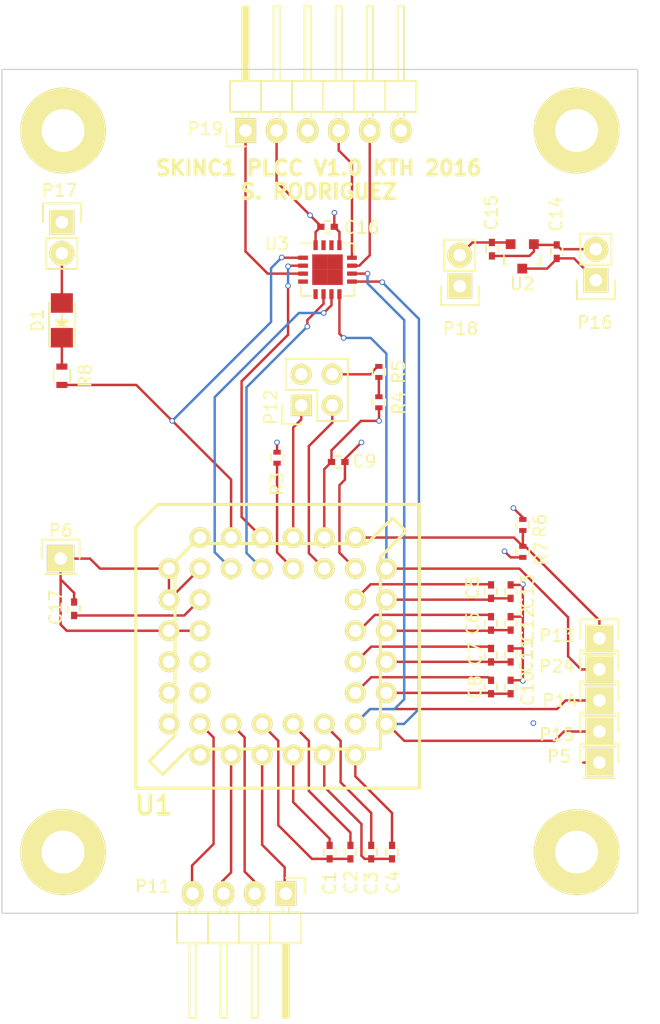
<source format=kicad_pcb>
(kicad_pcb (version 20160815) (host pcbnew no-vcs-found-undefined)

  (general
    (links 86)
    (no_connects 1)
    (area 100.949999 49.949999 153.050001 119.050001)
    (thickness 1.6)
    (drawings 5)
    (tracks 324)
    (zones 0)
    (modules 43)
    (nets 41)
  )

  (page A4)
  (layers
    (0 F.Cu signal)
    (1 In1.Cu signal)
    (2 In2.Cu signal)
    (31 B.Cu signal)
    (33 F.Adhes user)
    (35 F.Paste user)
    (37 F.SilkS user)
    (39 F.Mask user)
    (40 Dwgs.User user)
    (41 Cmts.User user)
    (42 Eco1.User user)
    (43 Eco2.User user)
    (44 Edge.Cuts user)
    (45 Margin user)
    (47 F.CrtYd user)
    (49 F.Fab user)
  )

  (setup
    (last_trace_width 0.2)
    (trace_clearance 0.16)
    (zone_clearance 0.508)
    (zone_45_only no)
    (trace_min 0.2)
    (segment_width 0.2)
    (edge_width 0.1)
    (via_size 0.46)
    (via_drill 0.3)
    (via_min_size 0.4)
    (via_min_drill 0.3)
    (uvia_size 0.3)
    (uvia_drill 0.1)
    (uvias_allowed no)
    (uvia_min_size 0.2)
    (uvia_min_drill 0.1)
    (pcb_text_width 0.3)
    (pcb_text_size 1.5 1.5)
    (mod_edge_width 0.15)
    (mod_text_size 1 1)
    (mod_text_width 0.15)
    (pad_size 1.5 1.5)
    (pad_drill 0.6)
    (pad_to_mask_clearance 0)
    (aux_axis_origin 0 0)
    (visible_elements FFFEFF7F)
    (pcbplotparams
      (layerselection 0x00030_80000001)
      (usegerberextensions false)
      (excludeedgelayer true)
      (linewidth 0.100000)
      (plotframeref false)
      (viasonmask false)
      (mode 1)
      (useauxorigin false)
      (hpglpennumber 1)
      (hpglpenspeed 20)
      (hpglpendiameter 15)
      (psnegative false)
      (psa4output false)
      (plotreference true)
      (plotvalue true)
      (plotinvisibletext false)
      (padsonsilk false)
      (subtractmaskfromsilk false)
      (outputformat 1)
      (mirror false)
      (drillshape 1)
      (scaleselection 1)
      (outputdirectory ""))
  )

  (net 0 "")
  (net 1 GND)
  (net 2 "Net-(C5-Pad2)")
  (net 3 "Net-(C6-Pad2)")
  (net 4 "Net-(C8-Pad2)")
  (net 5 +1V8)
  (net 6 "Net-(C10-Pad1)")
  (net 7 "Net-(C11-Pad1)")
  (net 8 "Net-(C12-Pad1)")
  (net 9 "Net-(C13-Pad1)")
  (net 10 "Net-(C14-Pad1)")
  (net 11 "Net-(C15-Pad1)")
  (net 12 "Net-(D1-Pad2)")
  (net 13 "Net-(D1-Pad1)")
  (net 14 "Net-(P11-Pad1)")
  (net 15 "Net-(P11-Pad2)")
  (net 16 "Net-(P11-Pad3)")
  (net 17 "Net-(P11-Pad4)")
  (net 18 "Net-(P12-Pad1)")
  (net 19 "Net-(P12-Pad3)")
  (net 20 "Net-(P12-Pad4)")
  (net 21 /VREF_SE)
  (net 22 /VOUTP)
  (net 23 /VOUTN)
  (net 24 /MCLR)
  (net 25 /PGD)
  (net 26 /PGC)
  (net 27 "Net-(R3-Pad2)")
  (net 28 "Net-(R4-Pad2)")
  (net 29 /CFG_DAT)
  (net 30 /CFG_CLK)
  (net 31 /CLK_REF)
  (net 32 /VOUT_SE)
  (net 33 "Net-(C1-Pad2)")
  (net 34 "Net-(C1-Pad1)")
  (net 35 "Net-(C2-Pad1)")
  (net 36 "Net-(C3-Pad2)")
  (net 37 "Net-(C3-Pad1)")
  (net 38 "Net-(C4-Pad1)")
  (net 39 "Net-(C7-Pad2)")
  (net 40 /RESET_SKIN)

  (net_class Default "This is the default net class."
    (clearance 0.16)
    (trace_width 0.2)
    (via_dia 0.46)
    (via_drill 0.3)
    (uvia_dia 0.3)
    (uvia_drill 0.1)
    (diff_pair_gap 0.25)
    (diff_pair_width 0.2)
    (add_net +1V8)
    (add_net /CFG_CLK)
    (add_net /CFG_DAT)
    (add_net /CLK_REF)
    (add_net /MCLR)
    (add_net /PGC)
    (add_net /PGD)
    (add_net /RESET_SKIN)
    (add_net /VOUTN)
    (add_net /VOUTP)
    (add_net /VOUT_SE)
    (add_net /VREF_SE)
    (add_net GND)
    (add_net "Net-(C1-Pad1)")
    (add_net "Net-(C1-Pad2)")
    (add_net "Net-(C10-Pad1)")
    (add_net "Net-(C11-Pad1)")
    (add_net "Net-(C12-Pad1)")
    (add_net "Net-(C13-Pad1)")
    (add_net "Net-(C14-Pad1)")
    (add_net "Net-(C15-Pad1)")
    (add_net "Net-(C2-Pad1)")
    (add_net "Net-(C3-Pad1)")
    (add_net "Net-(C3-Pad2)")
    (add_net "Net-(C4-Pad1)")
    (add_net "Net-(C5-Pad2)")
    (add_net "Net-(C6-Pad2)")
    (add_net "Net-(C7-Pad2)")
    (add_net "Net-(C8-Pad2)")
    (add_net "Net-(D1-Pad1)")
    (add_net "Net-(D1-Pad2)")
    (add_net "Net-(P11-Pad1)")
    (add_net "Net-(P11-Pad2)")
    (add_net "Net-(P11-Pad3)")
    (add_net "Net-(P11-Pad4)")
    (add_net "Net-(P12-Pad1)")
    (add_net "Net-(P12-Pad3)")
    (add_net "Net-(P12-Pad4)")
    (add_net "Net-(R3-Pad2)")
    (add_net "Net-(R4-Pad2)")
  )

  (module w_pth_plcc:plcc44_pth-skt (layer F.Cu) (tedit 5808F757) (tstamp 57FCEF3E)
    (at 123.55 97.17 180)
    (path /5807306D)
    (fp_text reference U1 (at 10.128 -13.01 180) (layer F.SilkS)
      (effects (font (thickness 0.3048)))
    )
    (fp_text value SKINC2016_PLCC (at -37.45 -15.83 180) (layer F.SilkS) hide
      (effects (font (thickness 0.3048)))
    )
    (fp_line (start 8.39978 -7.29996) (end 8.39978 6.90118) (layer F.SilkS) (width 0.254))
    (fp_line (start -8.39978 7.29996) (end -8.39978 -8.39978) (layer F.SilkS) (width 0.254))
    (fp_line (start -8.39978 -8.39978) (end 7.29996 -8.39978) (layer F.SilkS) (width 0.254))
    (fp_line (start 6.90118 8.39978) (end -7.29996 8.39978) (layer F.SilkS) (width 0.254))
    (fp_line (start 8.39978 6.90118) (end 6.90118 8.39978) (layer F.SilkS) (width 0.254))
    (fp_line (start 9.79932 11.60018) (end -11.60018 11.60018) (layer F.SilkS) (width 0.254))
    (fp_line (start -11.60018 -11.60018) (end 11.60018 -11.60018) (layer F.SilkS) (width 0.254))
    (fp_line (start 11.60018 -11.60018) (end 11.60018 9.79932) (layer F.SilkS) (width 0.254))
    (fp_line (start 11.60018 9.79932) (end 9.79932 11.60018) (layer F.SilkS) (width 0.254))
    (fp_line (start -11.60018 11.60018) (end -11.60018 -11.60018) (layer F.SilkS) (width 0.254))
    (fp_line (start 7.3025 -8.39724) (end 9.40054 -10.49528) (layer F.SilkS) (width 0.254))
    (fp_line (start 9.398 -10.49528) (end 10.49782 -9.39546) (layer F.SilkS) (width 0.254))
    (fp_line (start 10.50036 -9.40054) (end 8.40232 -7.3025) (layer F.SilkS) (width 0.254))
    (fp_line (start -8.39978 7.29996) (end -10.49782 9.398) (layer F.SilkS) (width 0.254))
    (fp_line (start -10.50036 9.40308) (end -9.40054 10.5029) (layer F.SilkS) (width 0.254))
    (fp_line (start -9.398 10.49528) (end -7.29996 8.39724) (layer F.SilkS) (width 0.254))
    (pad 44 thru_hole circle (at -1.27 8.89 180) (size 1.69926 1.69926) (drill 1.00076) (layers *.Cu *.Mask F.SilkS)
      (net 18 "Net-(P12-Pad1)"))
    (pad 43 thru_hole circle (at -3.81 6.35 180) (size 1.69926 1.69926) (drill 1.00076) (layers *.Cu *.Mask F.SilkS)
      (net 19 "Net-(P12-Pad3)"))
    (pad 42 thru_hole circle (at -3.81 8.89 180) (size 1.69926 1.69926) (drill 1.00076) (layers *.Cu *.Mask F.SilkS)
      (net 5 +1V8))
    (pad 41 thru_hole circle (at -6.35 6.35 180) (size 1.69926 1.69926) (drill 1.00076) (layers *.Cu *.Mask F.SilkS)
      (net 1 GND))
    (pad 40 thru_hole circle (at -6.35 8.89 180) (size 1.69926 1.69926) (drill 1.00076) (layers *.Cu *.Mask F.SilkS)
      (net 21 /VREF_SE))
    (pad 39 thru_hole circle (at -8.89 6.35 180) (size 1.69926 1.69926) (drill 1.00076) (layers *.Cu *.Mask F.SilkS)
      (net 32 /VOUT_SE))
    (pad 38 thru_hole circle (at -6.35 3.81 180) (size 1.69926 1.69926) (drill 1.00076) (layers *.Cu *.Mask F.SilkS)
      (net 2 "Net-(C5-Pad2)"))
    (pad 37 thru_hole circle (at -8.89 3.81 180) (size 1.69926 1.69926) (drill 1.00076) (layers *.Cu *.Mask F.SilkS)
      (net 9 "Net-(C13-Pad1)"))
    (pad 36 thru_hole circle (at -6.35 1.27 180) (size 1.69926 1.69926) (drill 1.00076) (layers *.Cu *.Mask F.SilkS)
      (net 3 "Net-(C6-Pad2)"))
    (pad 35 thru_hole circle (at -8.89 1.27 180) (size 1.69926 1.69926) (drill 1.00076) (layers *.Cu *.Mask F.SilkS)
      (net 8 "Net-(C12-Pad1)"))
    (pad 34 thru_hole circle (at -6.35 -1.27 180) (size 1.69926 1.69926) (drill 1.00076) (layers *.Cu *.Mask F.SilkS)
      (net 39 "Net-(C7-Pad2)"))
    (pad 33 thru_hole circle (at -8.89 -1.27 180) (size 1.69926 1.69926) (drill 1.00076) (layers *.Cu *.Mask F.SilkS)
      (net 7 "Net-(C11-Pad1)"))
    (pad 31 thru_hole circle (at -8.89 -3.81 180) (size 1.69926 1.69926) (drill 1.00076) (layers *.Cu *.Mask F.SilkS)
      (net 6 "Net-(C10-Pad1)"))
    (pad 30 thru_hole circle (at -6.35 -6.35 180) (size 1.69926 1.69926) (drill 1.00076) (layers *.Cu *.Mask F.SilkS)
      (net 22 /VOUTP))
    (pad 29 thru_hole circle (at -8.89 -6.35 180) (size 1.69926 1.69926) (drill 1.00076) (layers *.Cu *.Mask F.SilkS)
      (net 23 /VOUTN))
    (pad 28 thru_hole circle (at -6.35 -8.89 180) (size 1.69926 1.69926) (drill 1.00076) (layers *.Cu *.Mask F.SilkS)
      (net 38 "Net-(C4-Pad1)"))
    (pad 32 thru_hole circle (at -6.35 -3.81 180) (size 1.69926 1.69926) (drill 1.00076) (layers *.Cu *.Mask F.SilkS)
      (net 4 "Net-(C8-Pad2)"))
    (pad 27 thru_hole circle (at -3.81 -6.35 180) (size 1.69926 1.69926) (drill 1.00076) (layers *.Cu *.Mask F.SilkS)
      (net 37 "Net-(C3-Pad1)"))
    (pad 26 thru_hole circle (at -3.81 -8.89 180) (size 1.69926 1.69926) (drill 1.00076) (layers *.Cu *.Mask F.SilkS)
      (net 36 "Net-(C3-Pad2)"))
    (pad 25 thru_hole circle (at -1.27 -6.35 180) (size 1.69926 1.69926) (drill 1.00076) (layers *.Cu *.Mask F.SilkS)
      (net 35 "Net-(C2-Pad1)"))
    (pad 24 thru_hole circle (at -1.27 -8.89 180) (size 1.69926 1.69926) (drill 1.00076) (layers *.Cu *.Mask F.SilkS)
      (net 34 "Net-(C1-Pad1)"))
    (pad 23 thru_hole circle (at 1.27 -6.35 180) (size 1.69926 1.69926) (drill 1.00076) (layers *.Cu *.Mask F.SilkS)
      (net 33 "Net-(C1-Pad2)"))
    (pad 22 thru_hole circle (at 1.27 -8.89 180) (size 1.69926 1.69926) (drill 1.00076) (layers *.Cu *.Mask F.SilkS)
      (net 14 "Net-(P11-Pad1)"))
    (pad 21 thru_hole circle (at 3.81 -6.35 180) (size 1.69926 1.69926) (drill 1.00076) (layers *.Cu *.Mask F.SilkS)
      (net 15 "Net-(P11-Pad2)"))
    (pad 20 thru_hole circle (at 3.81 -8.89 180) (size 1.69926 1.69926) (drill 1.00076) (layers *.Cu *.Mask F.SilkS)
      (net 16 "Net-(P11-Pad3)"))
    (pad 19 thru_hole circle (at 6.35 -6.35 180) (size 1.69926 1.69926) (drill 1.00076) (layers *.Cu *.Mask F.SilkS)
      (net 17 "Net-(P11-Pad4)"))
    (pad 18 thru_hole circle (at 6.35 -8.89 180) (size 1.69926 1.69926) (drill 1.00076) (layers *.Cu *.Mask F.SilkS))
    (pad 17 thru_hole circle (at 8.89 -6.35 180) (size 1.69926 1.69926) (drill 1.00076) (layers *.Cu *.Mask F.SilkS))
    (pad 16 thru_hole circle (at 6.35 -3.81 180) (size 1.69926 1.69926) (drill 1.00076) (layers *.Cu *.Mask F.SilkS))
    (pad 15 thru_hole circle (at 8.89 -3.81 180) (size 1.69926 1.69926) (drill 1.00076) (layers *.Cu *.Mask F.SilkS))
    (pad 14 thru_hole circle (at 6.35 -1.27 180) (size 1.69926 1.69926) (drill 1.00076) (layers *.Cu *.Mask F.SilkS))
    (pad 13 thru_hole circle (at 8.89 -1.27 180) (size 1.69926 1.69926) (drill 1.00076) (layers *.Cu *.Mask F.SilkS))
    (pad 12 thru_hole circle (at 6.35 1.27 180) (size 1.69926 1.69926) (drill 1.00076) (layers *.Cu *.Mask F.SilkS)
      (net 1 GND))
    (pad 11 thru_hole circle (at 8.89 1.27 180) (size 1.69926 1.69926) (drill 1.00076) (layers *.Cu *.Mask F.SilkS)
      (net 1 GND))
    (pad 10 thru_hole circle (at 6.35 3.81 180) (size 1.69926 1.69926) (drill 1.00076) (layers *.Cu *.Mask F.SilkS)
      (net 5 +1V8))
    (pad 9 thru_hole circle (at 8.89 3.81 180) (size 1.69926 1.69926) (drill 1.00076) (layers *.Cu *.Mask F.SilkS)
      (net 1 GND))
    (pad 8 thru_hole circle (at 6.35 6.35 180) (size 1.69926 1.69926) (drill 1.00076) (layers *.Cu *.Mask F.SilkS)
      (net 1 GND))
    (pad 7 thru_hole circle (at 8.89 6.35 180) (size 1.69926 1.69926) (drill 1.00076) (layers *.Cu *.Mask F.SilkS)
      (net 1 GND))
    (pad 6 thru_hole circle (at 6.35 8.89 180) (size 1.69926 1.69926) (drill 1.00076) (layers *.Cu *.Mask F.SilkS)
      (net 5 +1V8))
    (pad 5 thru_hole circle (at 3.81 6.35 180) (size 1.69926 1.69926) (drill 1.00076) (layers *.Cu *.Mask F.SilkS)
      (net 29 /CFG_DAT))
    (pad 4 thru_hole circle (at 3.81 8.89 180) (size 1.69926 1.69926) (drill 1.00076) (layers *.Cu *.Mask F.SilkS)
      (net 40 /RESET_SKIN))
    (pad 3 thru_hole circle (at 1.27 6.35 180) (size 1.69926 1.69926) (drill 1.00076) (layers *.Cu *.Mask F.SilkS)
      (net 30 /CFG_CLK))
    (pad 1 thru_hole circle (at -1.27 6.35 180) (size 1.69926 1.69926) (drill 1.00076) (layers *.Cu *.Mask F.SilkS)
      (net 27 "Net-(R3-Pad2)"))
    (pad 2 thru_hole circle (at 1.27 8.89 180) (size 1.69926 1.69926) (drill 1.00076) (layers *.Cu *.Mask F.SilkS)
      (net 31 /CLK_REF))
    (model walter/pth_plcc/plcc44_pth-skt.wrl
      (at (xyz 0 0 0))
      (scale (xyz 1 1 1))
      (rotate (xyz 0 0 0))
    )
  )

  (module Capacitors_SMD:C_0402 (layer F.Cu) (tedit 5808F757) (tstamp 57FCEE49)
    (at 127.63 62.87)
    (descr "Capacitor SMD 0402, reflow soldering, AVX (see smccp.pdf)")
    (tags "capacitor 0402")
    (path /57E969F1)
    (attr smd)
    (fp_text reference C16 (at 2.79 0.05) (layer F.SilkS)
      (effects (font (size 1 1) (thickness 0.15)))
    )
    (fp_text value 0.1U (at 0 1.7) (layer F.Fab)
      (effects (font (size 1 1) (thickness 0.15)))
    )
    (fp_line (start -0.5 0.25) (end -0.5 -0.25) (layer F.Fab) (width 0.15))
    (fp_line (start 0.5 0.25) (end -0.5 0.25) (layer F.Fab) (width 0.15))
    (fp_line (start 0.5 -0.25) (end 0.5 0.25) (layer F.Fab) (width 0.15))
    (fp_line (start -0.5 -0.25) (end 0.5 -0.25) (layer F.Fab) (width 0.15))
    (fp_line (start -1.15 -0.6) (end 1.15 -0.6) (layer F.CrtYd) (width 0.05))
    (fp_line (start -1.15 0.6) (end 1.15 0.6) (layer F.CrtYd) (width 0.05))
    (fp_line (start -1.15 -0.6) (end -1.15 0.6) (layer F.CrtYd) (width 0.05))
    (fp_line (start 1.15 -0.6) (end 1.15 0.6) (layer F.CrtYd) (width 0.05))
    (fp_line (start 0.25 -0.475) (end -0.25 -0.475) (layer F.SilkS) (width 0.15))
    (fp_line (start -0.25 0.475) (end 0.25 0.475) (layer F.SilkS) (width 0.15))
    (pad 2 smd rect (at 0.55 0) (size 0.6 0.5) (layers F.Cu F.Paste F.Mask)
      (net 1 GND))
    (pad 1 smd rect (at -0.55 0) (size 0.6 0.5) (layers F.Cu F.Paste F.Mask)
      (net 5 +1V8))
    (model Capacitors_SMD.3dshapes/C_0402.wrl
      (at (xyz 0 0 0))
      (scale (xyz 1 1 1))
      (rotate (xyz 0 0 0))
    )
  )

  (module Capacitors_SMD:C_0402 (layer F.Cu) (tedit 5808F902) (tstamp 57FCEDEF)
    (at 127.8 114 270)
    (descr "Capacitor SMD 0402, reflow soldering, AVX (see smccp.pdf)")
    (tags "capacitor 0402")
    (path /57E5405F)
    (attr smd)
    (fp_text reference C1 (at 2.54 0 270) (layer F.SilkS)
      (effects (font (size 1 1) (thickness 0.15)))
    )
    (fp_text value 1.5n (at 0 1.7 270) (layer F.Fab)
      (effects (font (size 1 1) (thickness 0.15)))
    )
    (fp_line (start -0.25 0.475) (end 0.25 0.475) (layer F.SilkS) (width 0.15))
    (fp_line (start 0.25 -0.475) (end -0.25 -0.475) (layer F.SilkS) (width 0.15))
    (fp_line (start 1.15 -0.6) (end 1.15 0.6) (layer F.CrtYd) (width 0.05))
    (fp_line (start -1.15 -0.6) (end -1.15 0.6) (layer F.CrtYd) (width 0.05))
    (fp_line (start -1.15 0.6) (end 1.15 0.6) (layer F.CrtYd) (width 0.05))
    (fp_line (start -1.15 -0.6) (end 1.15 -0.6) (layer F.CrtYd) (width 0.05))
    (fp_line (start -0.5 -0.25) (end 0.5 -0.25) (layer F.Fab) (width 0.15))
    (fp_line (start 0.5 -0.25) (end 0.5 0.25) (layer F.Fab) (width 0.15))
    (fp_line (start 0.5 0.25) (end -0.5 0.25) (layer F.Fab) (width 0.15))
    (fp_line (start -0.5 0.25) (end -0.5 -0.25) (layer F.Fab) (width 0.15))
    (pad 1 smd rect (at -0.55 0 270) (size 0.6 0.5) (layers F.Cu F.Paste F.Mask)
      (net 34 "Net-(C1-Pad1)"))
    (pad 2 smd rect (at 0.55 0 270) (size 0.6 0.5) (layers F.Cu F.Paste F.Mask)
      (net 33 "Net-(C1-Pad2)"))
    (model Capacitors_SMD.3dshapes/C_0402.wrl
      (at (xyz 0 0 0))
      (scale (xyz 1 1 1))
      (rotate (xyz 0 0 0))
    )
  )

  (module Capacitors_SMD:C_0402 (layer F.Cu) (tedit 5808F757) (tstamp 57FCEDFB)
    (at 131.2 114 270)
    (descr "Capacitor SMD 0402, reflow soldering, AVX (see smccp.pdf)")
    (tags "capacitor 0402")
    (path /57E541A2)
    (attr smd)
    (fp_text reference C3 (at 2.54 0 270) (layer F.SilkS)
      (effects (font (size 1 1) (thickness 0.15)))
    )
    (fp_text value 1.5n (at 0 1.7 270) (layer F.Fab)
      (effects (font (size 1 1) (thickness 0.15)))
    )
    (fp_line (start -0.5 0.25) (end -0.5 -0.25) (layer F.Fab) (width 0.15))
    (fp_line (start 0.5 0.25) (end -0.5 0.25) (layer F.Fab) (width 0.15))
    (fp_line (start 0.5 -0.25) (end 0.5 0.25) (layer F.Fab) (width 0.15))
    (fp_line (start -0.5 -0.25) (end 0.5 -0.25) (layer F.Fab) (width 0.15))
    (fp_line (start -1.15 -0.6) (end 1.15 -0.6) (layer F.CrtYd) (width 0.05))
    (fp_line (start -1.15 0.6) (end 1.15 0.6) (layer F.CrtYd) (width 0.05))
    (fp_line (start -1.15 -0.6) (end -1.15 0.6) (layer F.CrtYd) (width 0.05))
    (fp_line (start 1.15 -0.6) (end 1.15 0.6) (layer F.CrtYd) (width 0.05))
    (fp_line (start 0.25 -0.475) (end -0.25 -0.475) (layer F.SilkS) (width 0.15))
    (fp_line (start -0.25 0.475) (end 0.25 0.475) (layer F.SilkS) (width 0.15))
    (pad 2 smd rect (at 0.55 0 270) (size 0.6 0.5) (layers F.Cu F.Paste F.Mask)
      (net 36 "Net-(C3-Pad2)"))
    (pad 1 smd rect (at -0.55 0 270) (size 0.6 0.5) (layers F.Cu F.Paste F.Mask)
      (net 37 "Net-(C3-Pad1)"))
    (model Capacitors_SMD.3dshapes/C_0402.wrl
      (at (xyz 0 0 0))
      (scale (xyz 1 1 1))
      (rotate (xyz 0 0 0))
    )
  )

  (module Capacitors_SMD:C_0402 (layer F.Cu) (tedit 5808F757) (tstamp 57FCEE07)
    (at 141 92.7 90)
    (descr "Capacitor SMD 0402, reflow soldering, AVX (see smccp.pdf)")
    (tags "capacitor 0402")
    (path /580836CC)
    (attr smd)
    (fp_text reference C5 (at 0.3 -1.5 90) (layer F.SilkS)
      (effects (font (size 1 1) (thickness 0.15)))
    )
    (fp_text value 470p (at 0 1.7 90) (layer F.Fab)
      (effects (font (size 1 1) (thickness 0.15)))
    )
    (fp_line (start -0.5 0.25) (end -0.5 -0.25) (layer F.Fab) (width 0.15))
    (fp_line (start 0.5 0.25) (end -0.5 0.25) (layer F.Fab) (width 0.15))
    (fp_line (start 0.5 -0.25) (end 0.5 0.25) (layer F.Fab) (width 0.15))
    (fp_line (start -0.5 -0.25) (end 0.5 -0.25) (layer F.Fab) (width 0.15))
    (fp_line (start -1.15 -0.6) (end 1.15 -0.6) (layer F.CrtYd) (width 0.05))
    (fp_line (start -1.15 0.6) (end 1.15 0.6) (layer F.CrtYd) (width 0.05))
    (fp_line (start -1.15 -0.6) (end -1.15 0.6) (layer F.CrtYd) (width 0.05))
    (fp_line (start 1.15 -0.6) (end 1.15 0.6) (layer F.CrtYd) (width 0.05))
    (fp_line (start 0.25 -0.475) (end -0.25 -0.475) (layer F.SilkS) (width 0.15))
    (fp_line (start -0.25 0.475) (end 0.25 0.475) (layer F.SilkS) (width 0.15))
    (pad 2 smd rect (at 0.55 0 90) (size 0.6 0.5) (layers F.Cu F.Paste F.Mask)
      (net 2 "Net-(C5-Pad2)"))
    (pad 1 smd rect (at -0.55 0 90) (size 0.6 0.5) (layers F.Cu F.Paste F.Mask)
      (net 9 "Net-(C13-Pad1)"))
    (model Capacitors_SMD.3dshapes/C_0402.wrl
      (at (xyz 0 0 0))
      (scale (xyz 1 1 1))
      (rotate (xyz 0 0 0))
    )
  )

  (module Capacitors_SMD:C_0402 (layer F.Cu) (tedit 5808F757) (tstamp 57FCEE0D)
    (at 141 95.3 90)
    (descr "Capacitor SMD 0402, reflow soldering, AVX (see smccp.pdf)")
    (tags "capacitor 0402")
    (path /5808360A)
    (attr smd)
    (fp_text reference C6 (at 0 -1.5 90) (layer F.SilkS)
      (effects (font (size 1 1) (thickness 0.15)))
    )
    (fp_text value 470p (at 0 1.7 90) (layer F.Fab)
      (effects (font (size 1 1) (thickness 0.15)))
    )
    (fp_line (start -0.5 0.25) (end -0.5 -0.25) (layer F.Fab) (width 0.15))
    (fp_line (start 0.5 0.25) (end -0.5 0.25) (layer F.Fab) (width 0.15))
    (fp_line (start 0.5 -0.25) (end 0.5 0.25) (layer F.Fab) (width 0.15))
    (fp_line (start -0.5 -0.25) (end 0.5 -0.25) (layer F.Fab) (width 0.15))
    (fp_line (start -1.15 -0.6) (end 1.15 -0.6) (layer F.CrtYd) (width 0.05))
    (fp_line (start -1.15 0.6) (end 1.15 0.6) (layer F.CrtYd) (width 0.05))
    (fp_line (start -1.15 -0.6) (end -1.15 0.6) (layer F.CrtYd) (width 0.05))
    (fp_line (start 1.15 -0.6) (end 1.15 0.6) (layer F.CrtYd) (width 0.05))
    (fp_line (start 0.25 -0.475) (end -0.25 -0.475) (layer F.SilkS) (width 0.15))
    (fp_line (start -0.25 0.475) (end 0.25 0.475) (layer F.SilkS) (width 0.15))
    (pad 2 smd rect (at 0.55 0 90) (size 0.6 0.5) (layers F.Cu F.Paste F.Mask)
      (net 3 "Net-(C6-Pad2)"))
    (pad 1 smd rect (at -0.55 0 90) (size 0.6 0.5) (layers F.Cu F.Paste F.Mask)
      (net 8 "Net-(C12-Pad1)"))
    (model Capacitors_SMD.3dshapes/C_0402.wrl
      (at (xyz 0 0 0))
      (scale (xyz 1 1 1))
      (rotate (xyz 0 0 0))
    )
  )

  (module Capacitors_SMD:C_0402 (layer F.Cu) (tedit 5808F757) (tstamp 57FCEE13)
    (at 141 97.9 90)
    (descr "Capacitor SMD 0402, reflow soldering, AVX (see smccp.pdf)")
    (tags "capacitor 0402")
    (path /5808354B)
    (attr smd)
    (fp_text reference C7 (at 0.1 -1.3 90) (layer F.SilkS)
      (effects (font (size 1 1) (thickness 0.15)))
    )
    (fp_text value 470p (at 0 1.7 90) (layer F.Fab)
      (effects (font (size 1 1) (thickness 0.15)))
    )
    (fp_line (start -0.5 0.25) (end -0.5 -0.25) (layer F.Fab) (width 0.15))
    (fp_line (start 0.5 0.25) (end -0.5 0.25) (layer F.Fab) (width 0.15))
    (fp_line (start 0.5 -0.25) (end 0.5 0.25) (layer F.Fab) (width 0.15))
    (fp_line (start -0.5 -0.25) (end 0.5 -0.25) (layer F.Fab) (width 0.15))
    (fp_line (start -1.15 -0.6) (end 1.15 -0.6) (layer F.CrtYd) (width 0.05))
    (fp_line (start -1.15 0.6) (end 1.15 0.6) (layer F.CrtYd) (width 0.05))
    (fp_line (start -1.15 -0.6) (end -1.15 0.6) (layer F.CrtYd) (width 0.05))
    (fp_line (start 1.15 -0.6) (end 1.15 0.6) (layer F.CrtYd) (width 0.05))
    (fp_line (start 0.25 -0.475) (end -0.25 -0.475) (layer F.SilkS) (width 0.15))
    (fp_line (start -0.25 0.475) (end 0.25 0.475) (layer F.SilkS) (width 0.15))
    (pad 2 smd rect (at 0.55 0 90) (size 0.6 0.5) (layers F.Cu F.Paste F.Mask)
      (net 39 "Net-(C7-Pad2)"))
    (pad 1 smd rect (at -0.55 0 90) (size 0.6 0.5) (layers F.Cu F.Paste F.Mask)
      (net 7 "Net-(C11-Pad1)"))
    (model Capacitors_SMD.3dshapes/C_0402.wrl
      (at (xyz 0 0 0))
      (scale (xyz 1 1 1))
      (rotate (xyz 0 0 0))
    )
  )

  (module Capacitors_SMD:C_0402 (layer F.Cu) (tedit 5808F757) (tstamp 57FCEE19)
    (at 141 100.5 90)
    (descr "Capacitor SMD 0402, reflow soldering, AVX (see smccp.pdf)")
    (tags "capacitor 0402")
    (path /580833FB)
    (attr smd)
    (fp_text reference C8 (at 0 -1.3 90) (layer F.SilkS)
      (effects (font (size 1 1) (thickness 0.15)))
    )
    (fp_text value 470p (at 0 1.7 90) (layer F.Fab)
      (effects (font (size 1 1) (thickness 0.15)))
    )
    (fp_line (start -0.5 0.25) (end -0.5 -0.25) (layer F.Fab) (width 0.15))
    (fp_line (start 0.5 0.25) (end -0.5 0.25) (layer F.Fab) (width 0.15))
    (fp_line (start 0.5 -0.25) (end 0.5 0.25) (layer F.Fab) (width 0.15))
    (fp_line (start -0.5 -0.25) (end 0.5 -0.25) (layer F.Fab) (width 0.15))
    (fp_line (start -1.15 -0.6) (end 1.15 -0.6) (layer F.CrtYd) (width 0.05))
    (fp_line (start -1.15 0.6) (end 1.15 0.6) (layer F.CrtYd) (width 0.05))
    (fp_line (start -1.15 -0.6) (end -1.15 0.6) (layer F.CrtYd) (width 0.05))
    (fp_line (start 1.15 -0.6) (end 1.15 0.6) (layer F.CrtYd) (width 0.05))
    (fp_line (start 0.25 -0.475) (end -0.25 -0.475) (layer F.SilkS) (width 0.15))
    (fp_line (start -0.25 0.475) (end 0.25 0.475) (layer F.SilkS) (width 0.15))
    (pad 2 smd rect (at 0.55 0 90) (size 0.6 0.5) (layers F.Cu F.Paste F.Mask)
      (net 4 "Net-(C8-Pad2)"))
    (pad 1 smd rect (at -0.55 0 90) (size 0.6 0.5) (layers F.Cu F.Paste F.Mask)
      (net 6 "Net-(C10-Pad1)"))
    (model Capacitors_SMD.3dshapes/C_0402.wrl
      (at (xyz 0 0 0))
      (scale (xyz 1 1 1))
      (rotate (xyz 0 0 0))
    )
  )

  (module Capacitors_SMD:C_0402 (layer F.Cu) (tedit 5808F757) (tstamp 57FCEE1F)
    (at 128.5 82.1)
    (descr "Capacitor SMD 0402, reflow soldering, AVX (see smccp.pdf)")
    (tags "capacitor 0402")
    (path /57E9610A)
    (attr smd)
    (fp_text reference C9 (at 2.14 -0.07) (layer F.SilkS)
      (effects (font (size 1 1) (thickness 0.15)))
    )
    (fp_text value 0.1U (at 0 1.7) (layer F.Fab)
      (effects (font (size 1 1) (thickness 0.15)))
    )
    (fp_line (start -0.5 0.25) (end -0.5 -0.25) (layer F.Fab) (width 0.15))
    (fp_line (start 0.5 0.25) (end -0.5 0.25) (layer F.Fab) (width 0.15))
    (fp_line (start 0.5 -0.25) (end 0.5 0.25) (layer F.Fab) (width 0.15))
    (fp_line (start -0.5 -0.25) (end 0.5 -0.25) (layer F.Fab) (width 0.15))
    (fp_line (start -1.15 -0.6) (end 1.15 -0.6) (layer F.CrtYd) (width 0.05))
    (fp_line (start -1.15 0.6) (end 1.15 0.6) (layer F.CrtYd) (width 0.05))
    (fp_line (start -1.15 -0.6) (end -1.15 0.6) (layer F.CrtYd) (width 0.05))
    (fp_line (start 1.15 -0.6) (end 1.15 0.6) (layer F.CrtYd) (width 0.05))
    (fp_line (start 0.25 -0.475) (end -0.25 -0.475) (layer F.SilkS) (width 0.15))
    (fp_line (start -0.25 0.475) (end 0.25 0.475) (layer F.SilkS) (width 0.15))
    (pad 2 smd rect (at 0.55 0) (size 0.6 0.5) (layers F.Cu F.Paste F.Mask)
      (net 1 GND))
    (pad 1 smd rect (at -0.55 0) (size 0.6 0.5) (layers F.Cu F.Paste F.Mask)
      (net 5 +1V8))
    (model Capacitors_SMD.3dshapes/C_0402.wrl
      (at (xyz 0 0 0))
      (scale (xyz 1 1 1))
      (rotate (xyz 0 0 0))
    )
  )

  (module Capacitors_SMD:C_0402 (layer F.Cu) (tedit 5808F757) (tstamp 57FCEE25)
    (at 142.6 100.5 90)
    (descr "Capacitor SMD 0402, reflow soldering, AVX (see smccp.pdf)")
    (tags "capacitor 0402")
    (path /57E53CEA)
    (attr smd)
    (fp_text reference C10 (at -0.1 1.4 90) (layer F.SilkS)
      (effects (font (size 1 1) (thickness 0.15)))
    )
    (fp_text value 470p (at 0 1.7 90) (layer F.Fab)
      (effects (font (size 1 1) (thickness 0.15)))
    )
    (fp_line (start -0.5 0.25) (end -0.5 -0.25) (layer F.Fab) (width 0.15))
    (fp_line (start 0.5 0.25) (end -0.5 0.25) (layer F.Fab) (width 0.15))
    (fp_line (start 0.5 -0.25) (end 0.5 0.25) (layer F.Fab) (width 0.15))
    (fp_line (start -0.5 -0.25) (end 0.5 -0.25) (layer F.Fab) (width 0.15))
    (fp_line (start -1.15 -0.6) (end 1.15 -0.6) (layer F.CrtYd) (width 0.05))
    (fp_line (start -1.15 0.6) (end 1.15 0.6) (layer F.CrtYd) (width 0.05))
    (fp_line (start -1.15 -0.6) (end -1.15 0.6) (layer F.CrtYd) (width 0.05))
    (fp_line (start 1.15 -0.6) (end 1.15 0.6) (layer F.CrtYd) (width 0.05))
    (fp_line (start 0.25 -0.475) (end -0.25 -0.475) (layer F.SilkS) (width 0.15))
    (fp_line (start -0.25 0.475) (end 0.25 0.475) (layer F.SilkS) (width 0.15))
    (pad 2 smd rect (at 0.55 0 90) (size 0.6 0.5) (layers F.Cu F.Paste F.Mask)
      (net 1 GND))
    (pad 1 smd rect (at -0.55 0 90) (size 0.6 0.5) (layers F.Cu F.Paste F.Mask)
      (net 6 "Net-(C10-Pad1)"))
    (model Capacitors_SMD.3dshapes/C_0402.wrl
      (at (xyz 0 0 0))
      (scale (xyz 1 1 1))
      (rotate (xyz 0 0 0))
    )
  )

  (module Capacitors_SMD:C_0402 (layer F.Cu) (tedit 5808F757) (tstamp 57FCEE2B)
    (at 142.6 97.9 90)
    (descr "Capacitor SMD 0402, reflow soldering, AVX (see smccp.pdf)")
    (tags "capacitor 0402")
    (path /57E53D3D)
    (attr smd)
    (fp_text reference C11 (at 0 1.3 90) (layer F.SilkS)
      (effects (font (size 1 1) (thickness 0.15)))
    )
    (fp_text value 470p (at 0 1.7 90) (layer F.Fab)
      (effects (font (size 1 1) (thickness 0.15)))
    )
    (fp_line (start -0.5 0.25) (end -0.5 -0.25) (layer F.Fab) (width 0.15))
    (fp_line (start 0.5 0.25) (end -0.5 0.25) (layer F.Fab) (width 0.15))
    (fp_line (start 0.5 -0.25) (end 0.5 0.25) (layer F.Fab) (width 0.15))
    (fp_line (start -0.5 -0.25) (end 0.5 -0.25) (layer F.Fab) (width 0.15))
    (fp_line (start -1.15 -0.6) (end 1.15 -0.6) (layer F.CrtYd) (width 0.05))
    (fp_line (start -1.15 0.6) (end 1.15 0.6) (layer F.CrtYd) (width 0.05))
    (fp_line (start -1.15 -0.6) (end -1.15 0.6) (layer F.CrtYd) (width 0.05))
    (fp_line (start 1.15 -0.6) (end 1.15 0.6) (layer F.CrtYd) (width 0.05))
    (fp_line (start 0.25 -0.475) (end -0.25 -0.475) (layer F.SilkS) (width 0.15))
    (fp_line (start -0.25 0.475) (end 0.25 0.475) (layer F.SilkS) (width 0.15))
    (pad 2 smd rect (at 0.55 0 90) (size 0.6 0.5) (layers F.Cu F.Paste F.Mask)
      (net 1 GND))
    (pad 1 smd rect (at -0.55 0 90) (size 0.6 0.5) (layers F.Cu F.Paste F.Mask)
      (net 7 "Net-(C11-Pad1)"))
    (model Capacitors_SMD.3dshapes/C_0402.wrl
      (at (xyz 0 0 0))
      (scale (xyz 1 1 1))
      (rotate (xyz 0 0 0))
    )
  )

  (module Capacitors_SMD:C_0402 (layer F.Cu) (tedit 5808F757) (tstamp 57FCEE31)
    (at 142.6 95.3 90)
    (descr "Capacitor SMD 0402, reflow soldering, AVX (see smccp.pdf)")
    (tags "capacitor 0402")
    (path /57E53D99)
    (attr smd)
    (fp_text reference C12 (at -0.1 1.4 90) (layer F.SilkS)
      (effects (font (size 1 1) (thickness 0.15)))
    )
    (fp_text value 470p (at 0 1.7 90) (layer F.Fab)
      (effects (font (size 1 1) (thickness 0.15)))
    )
    (fp_line (start -0.5 0.25) (end -0.5 -0.25) (layer F.Fab) (width 0.15))
    (fp_line (start 0.5 0.25) (end -0.5 0.25) (layer F.Fab) (width 0.15))
    (fp_line (start 0.5 -0.25) (end 0.5 0.25) (layer F.Fab) (width 0.15))
    (fp_line (start -0.5 -0.25) (end 0.5 -0.25) (layer F.Fab) (width 0.15))
    (fp_line (start -1.15 -0.6) (end 1.15 -0.6) (layer F.CrtYd) (width 0.05))
    (fp_line (start -1.15 0.6) (end 1.15 0.6) (layer F.CrtYd) (width 0.05))
    (fp_line (start -1.15 -0.6) (end -1.15 0.6) (layer F.CrtYd) (width 0.05))
    (fp_line (start 1.15 -0.6) (end 1.15 0.6) (layer F.CrtYd) (width 0.05))
    (fp_line (start 0.25 -0.475) (end -0.25 -0.475) (layer F.SilkS) (width 0.15))
    (fp_line (start -0.25 0.475) (end 0.25 0.475) (layer F.SilkS) (width 0.15))
    (pad 2 smd rect (at 0.55 0 90) (size 0.6 0.5) (layers F.Cu F.Paste F.Mask)
      (net 1 GND))
    (pad 1 smd rect (at -0.55 0 90) (size 0.6 0.5) (layers F.Cu F.Paste F.Mask)
      (net 8 "Net-(C12-Pad1)"))
    (model Capacitors_SMD.3dshapes/C_0402.wrl
      (at (xyz 0 0 0))
      (scale (xyz 1 1 1))
      (rotate (xyz 0 0 0))
    )
  )

  (module Capacitors_SMD:C_0402 (layer F.Cu) (tedit 5808F757) (tstamp 57FCEE37)
    (at 142.6 92.7 90)
    (descr "Capacitor SMD 0402, reflow soldering, AVX (see smccp.pdf)")
    (tags "capacitor 0402")
    (path /57E53DFF)
    (attr smd)
    (fp_text reference C13 (at 0 1.4 90) (layer F.SilkS)
      (effects (font (size 1 1) (thickness 0.15)))
    )
    (fp_text value 470p (at 0 1.7 90) (layer F.Fab)
      (effects (font (size 1 1) (thickness 0.15)))
    )
    (fp_line (start -0.5 0.25) (end -0.5 -0.25) (layer F.Fab) (width 0.15))
    (fp_line (start 0.5 0.25) (end -0.5 0.25) (layer F.Fab) (width 0.15))
    (fp_line (start 0.5 -0.25) (end 0.5 0.25) (layer F.Fab) (width 0.15))
    (fp_line (start -0.5 -0.25) (end 0.5 -0.25) (layer F.Fab) (width 0.15))
    (fp_line (start -1.15 -0.6) (end 1.15 -0.6) (layer F.CrtYd) (width 0.05))
    (fp_line (start -1.15 0.6) (end 1.15 0.6) (layer F.CrtYd) (width 0.05))
    (fp_line (start -1.15 -0.6) (end -1.15 0.6) (layer F.CrtYd) (width 0.05))
    (fp_line (start 1.15 -0.6) (end 1.15 0.6) (layer F.CrtYd) (width 0.05))
    (fp_line (start 0.25 -0.475) (end -0.25 -0.475) (layer F.SilkS) (width 0.15))
    (fp_line (start -0.25 0.475) (end 0.25 0.475) (layer F.SilkS) (width 0.15))
    (pad 2 smd rect (at 0.55 0 90) (size 0.6 0.5) (layers F.Cu F.Paste F.Mask)
      (net 1 GND))
    (pad 1 smd rect (at -0.55 0 90) (size 0.6 0.5) (layers F.Cu F.Paste F.Mask)
      (net 9 "Net-(C13-Pad1)"))
    (model Capacitors_SMD.3dshapes/C_0402.wrl
      (at (xyz 0 0 0))
      (scale (xyz 1 1 1))
      (rotate (xyz 0 0 0))
    )
  )

  (module Capacitors_SMD:C_0402 (layer F.Cu) (tedit 5808F757) (tstamp 57FCEE3D)
    (at 146.369903 64.901733 90)
    (descr "Capacitor SMD 0402, reflow soldering, AVX (see smccp.pdf)")
    (tags "capacitor 0402")
    (path /57E98550)
    (attr smd)
    (fp_text reference C14 (at 3.081733 -0.059903 90) (layer F.SilkS)
      (effects (font (size 1 1) (thickness 0.15)))
    )
    (fp_text value 1u (at 0 1.7 90) (layer F.Fab)
      (effects (font (size 1 1) (thickness 0.15)))
    )
    (fp_line (start -0.5 0.25) (end -0.5 -0.25) (layer F.Fab) (width 0.15))
    (fp_line (start 0.5 0.25) (end -0.5 0.25) (layer F.Fab) (width 0.15))
    (fp_line (start 0.5 -0.25) (end 0.5 0.25) (layer F.Fab) (width 0.15))
    (fp_line (start -0.5 -0.25) (end 0.5 -0.25) (layer F.Fab) (width 0.15))
    (fp_line (start -1.15 -0.6) (end 1.15 -0.6) (layer F.CrtYd) (width 0.05))
    (fp_line (start -1.15 0.6) (end 1.15 0.6) (layer F.CrtYd) (width 0.05))
    (fp_line (start -1.15 -0.6) (end -1.15 0.6) (layer F.CrtYd) (width 0.05))
    (fp_line (start 1.15 -0.6) (end 1.15 0.6) (layer F.CrtYd) (width 0.05))
    (fp_line (start 0.25 -0.475) (end -0.25 -0.475) (layer F.SilkS) (width 0.15))
    (fp_line (start -0.25 0.475) (end 0.25 0.475) (layer F.SilkS) (width 0.15))
    (pad 2 smd rect (at 0.55 0 90) (size 0.6 0.5) (layers F.Cu F.Paste F.Mask)
      (net 1 GND))
    (pad 1 smd rect (at -0.55 0 90) (size 0.6 0.5) (layers F.Cu F.Paste F.Mask)
      (net 10 "Net-(C14-Pad1)"))
    (model Capacitors_SMD.3dshapes/C_0402.wrl
      (at (xyz 0 0 0))
      (scale (xyz 1 1 1))
      (rotate (xyz 0 0 0))
    )
  )

  (module Capacitors_SMD:C_0402 (layer F.Cu) (tedit 5808F757) (tstamp 57FCEE43)
    (at 141.069903 64.701733 270)
    (descr "Capacitor SMD 0402, reflow soldering, AVX (see smccp.pdf)")
    (tags "capacitor 0402")
    (path /57E9845D)
    (attr smd)
    (fp_text reference C15 (at -2.991733 0.049903 270) (layer F.SilkS)
      (effects (font (size 1 1) (thickness 0.15)))
    )
    (fp_text value 1u (at 0 1.7 270) (layer F.Fab)
      (effects (font (size 1 1) (thickness 0.15)))
    )
    (fp_line (start -0.5 0.25) (end -0.5 -0.25) (layer F.Fab) (width 0.15))
    (fp_line (start 0.5 0.25) (end -0.5 0.25) (layer F.Fab) (width 0.15))
    (fp_line (start 0.5 -0.25) (end 0.5 0.25) (layer F.Fab) (width 0.15))
    (fp_line (start -0.5 -0.25) (end 0.5 -0.25) (layer F.Fab) (width 0.15))
    (fp_line (start -1.15 -0.6) (end 1.15 -0.6) (layer F.CrtYd) (width 0.05))
    (fp_line (start -1.15 0.6) (end 1.15 0.6) (layer F.CrtYd) (width 0.05))
    (fp_line (start -1.15 -0.6) (end -1.15 0.6) (layer F.CrtYd) (width 0.05))
    (fp_line (start 1.15 -0.6) (end 1.15 0.6) (layer F.CrtYd) (width 0.05))
    (fp_line (start 0.25 -0.475) (end -0.25 -0.475) (layer F.SilkS) (width 0.15))
    (fp_line (start -0.25 0.475) (end 0.25 0.475) (layer F.SilkS) (width 0.15))
    (pad 2 smd rect (at 0.55 0 270) (size 0.6 0.5) (layers F.Cu F.Paste F.Mask)
      (net 1 GND))
    (pad 1 smd rect (at -0.55 0 270) (size 0.6 0.5) (layers F.Cu F.Paste F.Mask)
      (net 11 "Net-(C15-Pad1)"))
    (model Capacitors_SMD.3dshapes/C_0402.wrl
      (at (xyz 0 0 0))
      (scale (xyz 1 1 1))
      (rotate (xyz 0 0 0))
    )
  )

  (module LEDs:LED_1206 (layer F.Cu) (tedit 5808F757) (tstamp 57FCEE4F)
    (at 105.9 70.51986 90)
    (descr "LED 1206 smd package")
    (tags "LED1206 SMD")
    (path /57E92260)
    (attr smd)
    (fp_text reference D1 (at 0 -2 90) (layer F.SilkS)
      (effects (font (size 1 1) (thickness 0.15)))
    )
    (fp_text value LED (at 0 2 90) (layer F.Fab)
      (effects (font (size 1 1) (thickness 0.15)))
    )
    (fp_line (start -0.5 -0.5) (end -0.5 0.5) (layer F.Fab) (width 0.15))
    (fp_line (start -0.5 0) (end 0 -0.5) (layer F.Fab) (width 0.15))
    (fp_line (start 0 0.5) (end -0.5 0) (layer F.Fab) (width 0.15))
    (fp_line (start 0 -0.5) (end 0 0.5) (layer F.Fab) (width 0.15))
    (fp_line (start -1.6 0.8) (end -1.6 -0.8) (layer F.Fab) (width 0.15))
    (fp_line (start 1.6 0.8) (end -1.6 0.8) (layer F.Fab) (width 0.15))
    (fp_line (start 1.6 -0.8) (end 1.6 0.8) (layer F.Fab) (width 0.15))
    (fp_line (start -1.6 -0.8) (end 1.6 -0.8) (layer F.Fab) (width 0.15))
    (fp_line (start -2.15 1.05) (end 1.45 1.05) (layer F.SilkS) (width 0.15))
    (fp_line (start -2.15 -1.05) (end 1.45 -1.05) (layer F.SilkS) (width 0.15))
    (fp_line (start -0.1 -0.3) (end -0.1 0.3) (layer F.SilkS) (width 0.15))
    (fp_line (start -0.1 0.3) (end -0.4 0) (layer F.SilkS) (width 0.15))
    (fp_line (start -0.4 0) (end -0.2 -0.2) (layer F.SilkS) (width 0.15))
    (fp_line (start -0.2 -0.2) (end -0.2 0.05) (layer F.SilkS) (width 0.15))
    (fp_line (start -0.2 0.05) (end -0.25 0) (layer F.SilkS) (width 0.15))
    (fp_line (start -0.5 -0.5) (end -0.5 0.5) (layer F.SilkS) (width 0.15))
    (fp_line (start 0 0) (end 0.5 0) (layer F.SilkS) (width 0.15))
    (fp_line (start -0.5 0) (end 0 -0.5) (layer F.SilkS) (width 0.15))
    (fp_line (start 0 -0.5) (end 0 0.5) (layer F.SilkS) (width 0.15))
    (fp_line (start 0 0.5) (end -0.5 0) (layer F.SilkS) (width 0.15))
    (fp_line (start 2.5 -1.25) (end -2.5 -1.25) (layer F.CrtYd) (width 0.05))
    (fp_line (start -2.5 -1.25) (end -2.5 1.25) (layer F.CrtYd) (width 0.05))
    (fp_line (start -2.5 1.25) (end 2.5 1.25) (layer F.CrtYd) (width 0.05))
    (fp_line (start 2.5 1.25) (end 2.5 -1.25) (layer F.CrtYd) (width 0.05))
    (pad 1 smd rect (at -1.41986 0 270) (size 1.59766 1.80086) (layers F.Cu F.Paste F.Mask)
      (net 13 "Net-(D1-Pad1)"))
    (pad 2 smd rect (at 1.41986 0 270) (size 1.59766 1.80086) (layers F.Cu F.Paste F.Mask)
      (net 12 "Net-(D1-Pad2)"))
    (model LEDs.3dshapes/LED_1206.wrl
      (at (xyz 0 0 0))
      (scale (xyz 1 1 1))
      (rotate (xyz 0 0 180))
    )
  )

  (module Pin_Headers:Pin_Header_Straight_1x01 (layer F.Cu) (tedit 5808F757) (tstamp 57FCEE6F)
    (at 149.86 106.68)
    (descr "Through hole pin header")
    (tags "pin header")
    (path /57E55EEB)
    (fp_text reference P5 (at -3.3 -0.5) (layer F.SilkS)
      (effects (font (size 1 1) (thickness 0.15)))
    )
    (fp_text value CONN_01X01 (at 0 -3.1) (layer F.Fab)
      (effects (font (size 1 1) (thickness 0.15)))
    )
    (fp_line (start 1.55 -1.55) (end 1.55 0) (layer F.SilkS) (width 0.15))
    (fp_line (start -1.75 -1.75) (end -1.75 1.75) (layer F.CrtYd) (width 0.05))
    (fp_line (start 1.75 -1.75) (end 1.75 1.75) (layer F.CrtYd) (width 0.05))
    (fp_line (start -1.75 -1.75) (end 1.75 -1.75) (layer F.CrtYd) (width 0.05))
    (fp_line (start -1.75 1.75) (end 1.75 1.75) (layer F.CrtYd) (width 0.05))
    (fp_line (start -1.55 0) (end -1.55 -1.55) (layer F.SilkS) (width 0.15))
    (fp_line (start -1.55 -1.55) (end 1.55 -1.55) (layer F.SilkS) (width 0.15))
    (fp_line (start -1.27 1.27) (end 1.27 1.27) (layer F.SilkS) (width 0.15))
    (pad 1 thru_hole rect (at 0 0) (size 2.2352 2.2352) (drill 1.016) (layers *.Cu *.Mask F.SilkS)
      (net 1 GND))
    (model Pin_Headers.3dshapes/Pin_Header_Straight_1x01.wrl
      (at (xyz 0 0 0))
      (scale (xyz 1 1 1))
      (rotate (xyz 0 0 90))
    )
  )

  (module Pin_Headers:Pin_Header_Straight_1x01 (layer F.Cu) (tedit 580A0960) (tstamp 57FCEE74)
    (at 105.8 90)
    (descr "Through hole pin header")
    (tags "pin header")
    (path /57E56294)
    (fp_text reference P6 (at 0 -2.3) (layer F.SilkS)
      (effects (font (size 1 1) (thickness 0.15)))
    )
    (fp_text value CONN_01X01 (at 0 -3.1) (layer F.Fab)
      (effects (font (size 1 1) (thickness 0.15)))
    )
    (fp_line (start 1.55 -1.55) (end 1.55 0) (layer F.SilkS) (width 0.15))
    (fp_line (start -1.75 -1.75) (end -1.75 1.75) (layer F.CrtYd) (width 0.05))
    (fp_line (start 1.75 -1.75) (end 1.75 1.75) (layer F.CrtYd) (width 0.05))
    (fp_line (start -1.75 -1.75) (end 1.75 -1.75) (layer F.CrtYd) (width 0.05))
    (fp_line (start -1.75 1.75) (end 1.75 1.75) (layer F.CrtYd) (width 0.05))
    (fp_line (start -1.55 0) (end -1.55 -1.55) (layer F.SilkS) (width 0.15))
    (fp_line (start -1.55 -1.55) (end 1.55 -1.55) (layer F.SilkS) (width 0.15))
    (fp_line (start -1.27 1.27) (end 1.27 1.27) (layer F.SilkS) (width 0.15))
    (pad 1 thru_hole rect (at 0 0) (size 2.2352 2.2352) (drill 1.016) (layers *.Cu *.Mask F.SilkS)
      (net 1 GND))
    (model Pin_Headers.3dshapes/Pin_Header_Straight_1x01.wrl
      (at (xyz 0 0 0))
      (scale (xyz 1 1 1))
      (rotate (xyz 0 0 90))
    )
  )

  (module Pin_Headers:Pin_Header_Angled_1x04 (layer F.Cu) (tedit 5808F757) (tstamp 57FCEE90)
    (at 124.21 117.39 270)
    (descr "Through hole pin header")
    (tags "pin header")
    (path /57E55335)
    (fp_text reference P11 (at -0.6 10.88) (layer F.SilkS)
      (effects (font (size 1 1) (thickness 0.15)))
    )
    (fp_text value CONN_01X04 (at 0 -3.1 270) (layer F.Fab)
      (effects (font (size 1 1) (thickness 0.15)))
    )
    (fp_line (start -1.5 -1.75) (end -1.5 9.4) (layer F.CrtYd) (width 0.05))
    (fp_line (start 10.65 -1.75) (end 10.65 9.4) (layer F.CrtYd) (width 0.05))
    (fp_line (start -1.5 -1.75) (end 10.65 -1.75) (layer F.CrtYd) (width 0.05))
    (fp_line (start -1.5 9.4) (end 10.65 9.4) (layer F.CrtYd) (width 0.05))
    (fp_line (start -1.3 -1.55) (end -1.3 0) (layer F.SilkS) (width 0.15))
    (fp_line (start 0 -1.55) (end -1.3 -1.55) (layer F.SilkS) (width 0.15))
    (fp_line (start 4.191 -0.127) (end 10.033 -0.127) (layer F.SilkS) (width 0.15))
    (fp_line (start 10.033 -0.127) (end 10.033 0.127) (layer F.SilkS) (width 0.15))
    (fp_line (start 10.033 0.127) (end 4.191 0.127) (layer F.SilkS) (width 0.15))
    (fp_line (start 4.191 0.127) (end 4.191 0) (layer F.SilkS) (width 0.15))
    (fp_line (start 4.191 0) (end 10.033 0) (layer F.SilkS) (width 0.15))
    (fp_line (start 1.524 -0.254) (end 1.143 -0.254) (layer F.SilkS) (width 0.15))
    (fp_line (start 1.524 0.254) (end 1.143 0.254) (layer F.SilkS) (width 0.15))
    (fp_line (start 1.524 2.286) (end 1.143 2.286) (layer F.SilkS) (width 0.15))
    (fp_line (start 1.524 2.794) (end 1.143 2.794) (layer F.SilkS) (width 0.15))
    (fp_line (start 1.524 4.826) (end 1.143 4.826) (layer F.SilkS) (width 0.15))
    (fp_line (start 1.524 5.334) (end 1.143 5.334) (layer F.SilkS) (width 0.15))
    (fp_line (start 1.524 7.874) (end 1.143 7.874) (layer F.SilkS) (width 0.15))
    (fp_line (start 1.524 7.366) (end 1.143 7.366) (layer F.SilkS) (width 0.15))
    (fp_line (start 1.524 -1.27) (end 4.064 -1.27) (layer F.SilkS) (width 0.15))
    (fp_line (start 1.524 1.27) (end 4.064 1.27) (layer F.SilkS) (width 0.15))
    (fp_line (start 1.524 1.27) (end 1.524 3.81) (layer F.SilkS) (width 0.15))
    (fp_line (start 1.524 3.81) (end 4.064 3.81) (layer F.SilkS) (width 0.15))
    (fp_line (start 4.064 2.286) (end 10.16 2.286) (layer F.SilkS) (width 0.15))
    (fp_line (start 10.16 2.286) (end 10.16 2.794) (layer F.SilkS) (width 0.15))
    (fp_line (start 10.16 2.794) (end 4.064 2.794) (layer F.SilkS) (width 0.15))
    (fp_line (start 4.064 3.81) (end 4.064 1.27) (layer F.SilkS) (width 0.15))
    (fp_line (start 4.064 1.27) (end 4.064 -1.27) (layer F.SilkS) (width 0.15))
    (fp_line (start 10.16 0.254) (end 4.064 0.254) (layer F.SilkS) (width 0.15))
    (fp_line (start 10.16 -0.254) (end 10.16 0.254) (layer F.SilkS) (width 0.15))
    (fp_line (start 4.064 -0.254) (end 10.16 -0.254) (layer F.SilkS) (width 0.15))
    (fp_line (start 1.524 1.27) (end 4.064 1.27) (layer F.SilkS) (width 0.15))
    (fp_line (start 1.524 -1.27) (end 1.524 1.27) (layer F.SilkS) (width 0.15))
    (fp_line (start 1.524 6.35) (end 4.064 6.35) (layer F.SilkS) (width 0.15))
    (fp_line (start 1.524 6.35) (end 1.524 8.89) (layer F.SilkS) (width 0.15))
    (fp_line (start 1.524 8.89) (end 4.064 8.89) (layer F.SilkS) (width 0.15))
    (fp_line (start 4.064 7.366) (end 10.16 7.366) (layer F.SilkS) (width 0.15))
    (fp_line (start 10.16 7.366) (end 10.16 7.874) (layer F.SilkS) (width 0.15))
    (fp_line (start 10.16 7.874) (end 4.064 7.874) (layer F.SilkS) (width 0.15))
    (fp_line (start 4.064 8.89) (end 4.064 6.35) (layer F.SilkS) (width 0.15))
    (fp_line (start 4.064 6.35) (end 4.064 3.81) (layer F.SilkS) (width 0.15))
    (fp_line (start 10.16 5.334) (end 4.064 5.334) (layer F.SilkS) (width 0.15))
    (fp_line (start 10.16 4.826) (end 10.16 5.334) (layer F.SilkS) (width 0.15))
    (fp_line (start 4.064 4.826) (end 10.16 4.826) (layer F.SilkS) (width 0.15))
    (fp_line (start 1.524 6.35) (end 4.064 6.35) (layer F.SilkS) (width 0.15))
    (fp_line (start 1.524 3.81) (end 1.524 6.35) (layer F.SilkS) (width 0.15))
    (fp_line (start 1.524 3.81) (end 4.064 3.81) (layer F.SilkS) (width 0.15))
    (pad 4 thru_hole oval (at 0 7.62 270) (size 2.032 1.7272) (drill 1.016) (layers *.Cu *.Mask F.SilkS)
      (net 17 "Net-(P11-Pad4)"))
    (pad 3 thru_hole oval (at 0 5.08 270) (size 2.032 1.7272) (drill 1.016) (layers *.Cu *.Mask F.SilkS)
      (net 16 "Net-(P11-Pad3)"))
    (pad 2 thru_hole oval (at 0 2.54 270) (size 2.032 1.7272) (drill 1.016) (layers *.Cu *.Mask F.SilkS)
      (net 15 "Net-(P11-Pad2)"))
    (pad 1 thru_hole rect (at 0 0 270) (size 2.032 1.7272) (drill 1.016) (layers *.Cu *.Mask F.SilkS)
      (net 14 "Net-(P11-Pad1)"))
    (model Pin_Headers.3dshapes/Pin_Header_Angled_1x04.wrl
      (at (xyz 0 -0.15 0))
      (scale (xyz 1 1 1))
      (rotate (xyz 0 0 90))
    )
  )

  (module Pin_Headers:Pin_Header_Straight_2x02 (layer F.Cu) (tedit 5808F757) (tstamp 57FCEE98)
    (at 125.476 77.47 90)
    (descr "Through hole pin header")
    (tags "pin header")
    (path /57E5685B)
    (fp_text reference P12 (at -0.13 -2.476 90) (layer F.SilkS)
      (effects (font (size 1 1) (thickness 0.15)))
    )
    (fp_text value CONN_02X02 (at 0 -3.1 90) (layer F.Fab)
      (effects (font (size 1 1) (thickness 0.15)))
    )
    (fp_line (start -1.75 -1.75) (end -1.75 4.3) (layer F.CrtYd) (width 0.05))
    (fp_line (start 4.3 -1.75) (end 4.3 4.3) (layer F.CrtYd) (width 0.05))
    (fp_line (start -1.75 -1.75) (end 4.3 -1.75) (layer F.CrtYd) (width 0.05))
    (fp_line (start -1.75 4.3) (end 4.3 4.3) (layer F.CrtYd) (width 0.05))
    (fp_line (start -1.55 0) (end -1.55 -1.55) (layer F.SilkS) (width 0.15))
    (fp_line (start 0 -1.55) (end -1.55 -1.55) (layer F.SilkS) (width 0.15))
    (fp_line (start -1.27 1.27) (end 1.27 1.27) (layer F.SilkS) (width 0.15))
    (fp_line (start 1.27 1.27) (end 1.27 -1.27) (layer F.SilkS) (width 0.15))
    (fp_line (start 1.27 -1.27) (end 3.81 -1.27) (layer F.SilkS) (width 0.15))
    (fp_line (start 3.81 -1.27) (end 3.81 3.81) (layer F.SilkS) (width 0.15))
    (fp_line (start 3.81 3.81) (end -1.27 3.81) (layer F.SilkS) (width 0.15))
    (fp_line (start -1.27 3.81) (end -1.27 1.27) (layer F.SilkS) (width 0.15))
    (pad 4 thru_hole oval (at 2.54 2.54 90) (size 1.7272 1.7272) (drill 1.016) (layers *.Cu *.Mask F.SilkS)
      (net 20 "Net-(P12-Pad4)"))
    (pad 3 thru_hole oval (at 0 2.54 90) (size 1.7272 1.7272) (drill 1.016) (layers *.Cu *.Mask F.SilkS)
      (net 19 "Net-(P12-Pad3)"))
    (pad 2 thru_hole oval (at 2.54 0 90) (size 1.7272 1.7272) (drill 1.016) (layers *.Cu *.Mask F.SilkS)
      (net 1 GND))
    (pad 1 thru_hole rect (at 0 0 90) (size 1.7272 1.7272) (drill 1.016) (layers *.Cu *.Mask F.SilkS)
      (net 18 "Net-(P12-Pad1)"))
    (model Pin_Headers.3dshapes/Pin_Header_Straight_2x02.wrl
      (at (xyz 0.05 -0.05 0))
      (scale (xyz 1 1 1))
      (rotate (xyz 0 0 90))
    )
  )

  (module Pin_Headers:Pin_Header_Straight_1x01 (layer F.Cu) (tedit 5808F757) (tstamp 57FCEE9D)
    (at 149.86 96.52)
    (descr "Through hole pin header")
    (tags "pin header")
    (path /57E96BCB)
    (fp_text reference P13 (at -3.46 -0.22) (layer F.SilkS)
      (effects (font (size 1 1) (thickness 0.15)))
    )
    (fp_text value CONN_01X01 (at 0 -3.1) (layer F.Fab)
      (effects (font (size 1 1) (thickness 0.15)))
    )
    (fp_line (start 1.55 -1.55) (end 1.55 0) (layer F.SilkS) (width 0.15))
    (fp_line (start -1.75 -1.75) (end -1.75 1.75) (layer F.CrtYd) (width 0.05))
    (fp_line (start 1.75 -1.75) (end 1.75 1.75) (layer F.CrtYd) (width 0.05))
    (fp_line (start -1.75 -1.75) (end 1.75 -1.75) (layer F.CrtYd) (width 0.05))
    (fp_line (start -1.75 1.75) (end 1.75 1.75) (layer F.CrtYd) (width 0.05))
    (fp_line (start -1.55 0) (end -1.55 -1.55) (layer F.SilkS) (width 0.15))
    (fp_line (start -1.55 -1.55) (end 1.55 -1.55) (layer F.SilkS) (width 0.15))
    (fp_line (start -1.27 1.27) (end 1.27 1.27) (layer F.SilkS) (width 0.15))
    (pad 1 thru_hole rect (at 0 0) (size 2.2352 2.2352) (drill 1.016) (layers *.Cu *.Mask F.SilkS)
      (net 21 /VREF_SE))
    (model Pin_Headers.3dshapes/Pin_Header_Straight_1x01.wrl
      (at (xyz 0 0 0))
      (scale (xyz 1 1 1))
      (rotate (xyz 0 0 90))
    )
  )

  (module Pin_Headers:Pin_Header_Straight_1x01 (layer F.Cu) (tedit 5808F757) (tstamp 57FCEEA2)
    (at 149.86 101.6)
    (descr "Through hole pin header")
    (tags "pin header")
    (path /57E96F3E)
    (fp_text reference P14 (at -3.203333 0.005) (layer F.SilkS)
      (effects (font (size 1 1) (thickness 0.15)))
    )
    (fp_text value CONN_01X01 (at 0 -3.1) (layer F.Fab)
      (effects (font (size 1 1) (thickness 0.15)))
    )
    (fp_line (start 1.55 -1.55) (end 1.55 0) (layer F.SilkS) (width 0.15))
    (fp_line (start -1.75 -1.75) (end -1.75 1.75) (layer F.CrtYd) (width 0.05))
    (fp_line (start 1.75 -1.75) (end 1.75 1.75) (layer F.CrtYd) (width 0.05))
    (fp_line (start -1.75 -1.75) (end 1.75 -1.75) (layer F.CrtYd) (width 0.05))
    (fp_line (start -1.75 1.75) (end 1.75 1.75) (layer F.CrtYd) (width 0.05))
    (fp_line (start -1.55 0) (end -1.55 -1.55) (layer F.SilkS) (width 0.15))
    (fp_line (start -1.55 -1.55) (end 1.55 -1.55) (layer F.SilkS) (width 0.15))
    (fp_line (start -1.27 1.27) (end 1.27 1.27) (layer F.SilkS) (width 0.15))
    (pad 1 thru_hole rect (at 0 0) (size 2.2352 2.2352) (drill 1.016) (layers *.Cu *.Mask F.SilkS)
      (net 22 /VOUTP))
    (model Pin_Headers.3dshapes/Pin_Header_Straight_1x01.wrl
      (at (xyz 0 0 0))
      (scale (xyz 1 1 1))
      (rotate (xyz 0 0 90))
    )
  )

  (module Pin_Headers:Pin_Header_Straight_1x01 (layer F.Cu) (tedit 5808F757) (tstamp 57FCEEA7)
    (at 149.86 104.14)
    (descr "Through hole pin header")
    (tags "pin header")
    (path /57E9716F)
    (fp_text reference P15 (at -3.473333 0.255) (layer F.SilkS)
      (effects (font (size 1 1) (thickness 0.15)))
    )
    (fp_text value CONN_01X01 (at 0 -3.1) (layer F.Fab)
      (effects (font (size 1 1) (thickness 0.15)))
    )
    (fp_line (start 1.55 -1.55) (end 1.55 0) (layer F.SilkS) (width 0.15))
    (fp_line (start -1.75 -1.75) (end -1.75 1.75) (layer F.CrtYd) (width 0.05))
    (fp_line (start 1.75 -1.75) (end 1.75 1.75) (layer F.CrtYd) (width 0.05))
    (fp_line (start -1.75 -1.75) (end 1.75 -1.75) (layer F.CrtYd) (width 0.05))
    (fp_line (start -1.75 1.75) (end 1.75 1.75) (layer F.CrtYd) (width 0.05))
    (fp_line (start -1.55 0) (end -1.55 -1.55) (layer F.SilkS) (width 0.15))
    (fp_line (start -1.55 -1.55) (end 1.55 -1.55) (layer F.SilkS) (width 0.15))
    (fp_line (start -1.27 1.27) (end 1.27 1.27) (layer F.SilkS) (width 0.15))
    (pad 1 thru_hole rect (at 0 0) (size 2.2352 2.2352) (drill 1.016) (layers *.Cu *.Mask F.SilkS)
      (net 23 /VOUTN))
    (model Pin_Headers.3dshapes/Pin_Header_Straight_1x01.wrl
      (at (xyz 0 0 0))
      (scale (xyz 1 1 1))
      (rotate (xyz 0 0 90))
    )
  )

  (module Pin_Headers:Pin_Header_Straight_1x02 (layer F.Cu) (tedit 5809E62F) (tstamp 57FCEEAD)
    (at 149.569903 67.241733 180)
    (descr "Through hole pin header")
    (tags "pin header")
    (path /57E98BED)
    (fp_text reference P16 (at 0.069903 -3.458267 180) (layer F.SilkS)
      (effects (font (size 1 1) (thickness 0.15)))
    )
    (fp_text value CONN_01X02 (at 0 -3.1 180) (layer F.Fab)
      (effects (font (size 1 1) (thickness 0.15)))
    )
    (fp_line (start 1.27 1.27) (end 1.27 3.81) (layer F.SilkS) (width 0.15))
    (fp_line (start 1.55 -1.55) (end 1.55 0) (layer F.SilkS) (width 0.15))
    (fp_line (start -1.75 -1.75) (end -1.75 4.3) (layer F.CrtYd) (width 0.05))
    (fp_line (start 1.75 -1.75) (end 1.75 4.3) (layer F.CrtYd) (width 0.05))
    (fp_line (start -1.75 -1.75) (end 1.75 -1.75) (layer F.CrtYd) (width 0.05))
    (fp_line (start -1.75 4.3) (end 1.75 4.3) (layer F.CrtYd) (width 0.05))
    (fp_line (start 1.27 1.27) (end -1.27 1.27) (layer F.SilkS) (width 0.15))
    (fp_line (start -1.55 0) (end -1.55 -1.55) (layer F.SilkS) (width 0.15))
    (fp_line (start -1.55 -1.55) (end 1.55 -1.55) (layer F.SilkS) (width 0.15))
    (fp_line (start -1.27 1.27) (end -1.27 3.81) (layer F.SilkS) (width 0.15))
    (fp_line (start -1.27 3.81) (end 1.27 3.81) (layer F.SilkS) (width 0.15))
    (pad 2 thru_hole oval (at 0 2.54 180) (size 2.032 2.032) (drill 1.016) (layers *.Cu *.Mask F.SilkS)
      (net 1 GND))
    (pad 1 thru_hole rect (at 0 0 180) (size 2.032 2.032) (drill 1.016) (layers *.Cu *.Mask F.SilkS)
      (net 10 "Net-(C14-Pad1)"))
    (model Pin_Headers.3dshapes/Pin_Header_Straight_1x02.wrl
      (at (xyz 0 -0.05 0))
      (scale (xyz 1 1 1))
      (rotate (xyz 0 0 90))
    )
  )

  (module Pin_Headers:Pin_Header_Straight_1x02 (layer F.Cu) (tedit 5808F757) (tstamp 57FCEEB3)
    (at 105.9 62.5)
    (descr "Through hole pin header")
    (tags "pin header")
    (path /57E92435)
    (fp_text reference P17 (at -0.2 -2.6) (layer F.SilkS)
      (effects (font (size 1 1) (thickness 0.15)))
    )
    (fp_text value CONN_01X02 (at 0 -3.1) (layer F.Fab)
      (effects (font (size 1 1) (thickness 0.15)))
    )
    (fp_line (start 1.27 1.27) (end 1.27 3.81) (layer F.SilkS) (width 0.15))
    (fp_line (start 1.55 -1.55) (end 1.55 0) (layer F.SilkS) (width 0.15))
    (fp_line (start -1.75 -1.75) (end -1.75 4.3) (layer F.CrtYd) (width 0.05))
    (fp_line (start 1.75 -1.75) (end 1.75 4.3) (layer F.CrtYd) (width 0.05))
    (fp_line (start -1.75 -1.75) (end 1.75 -1.75) (layer F.CrtYd) (width 0.05))
    (fp_line (start -1.75 4.3) (end 1.75 4.3) (layer F.CrtYd) (width 0.05))
    (fp_line (start 1.27 1.27) (end -1.27 1.27) (layer F.SilkS) (width 0.15))
    (fp_line (start -1.55 0) (end -1.55 -1.55) (layer F.SilkS) (width 0.15))
    (fp_line (start -1.55 -1.55) (end 1.55 -1.55) (layer F.SilkS) (width 0.15))
    (fp_line (start -1.27 1.27) (end -1.27 3.81) (layer F.SilkS) (width 0.15))
    (fp_line (start -1.27 3.81) (end 1.27 3.81) (layer F.SilkS) (width 0.15))
    (pad 2 thru_hole oval (at 0 2.54) (size 2.032 2.032) (drill 1.016) (layers *.Cu *.Mask F.SilkS)
      (net 12 "Net-(D1-Pad2)"))
    (pad 1 thru_hole rect (at 0 0) (size 2.032 2.032) (drill 1.016) (layers *.Cu *.Mask F.SilkS)
      (net 5 +1V8))
    (model Pin_Headers.3dshapes/Pin_Header_Straight_1x02.wrl
      (at (xyz 0 -0.05 0))
      (scale (xyz 1 1 1))
      (rotate (xyz 0 0 90))
    )
  )

  (module Pin_Headers:Pin_Header_Straight_1x02 (layer F.Cu) (tedit 5809E62D) (tstamp 57FCEEB9)
    (at 138.440756 67.73152 180)
    (descr "Through hole pin header")
    (tags "pin header")
    (path /57E9905C)
    (fp_text reference P18 (at -0.059244 -3.46848 180) (layer F.SilkS)
      (effects (font (size 1 1) (thickness 0.15)))
    )
    (fp_text value CONN_01X02 (at 0 -3.1 180) (layer F.Fab)
      (effects (font (size 1 1) (thickness 0.15)))
    )
    (fp_line (start 1.27 1.27) (end 1.27 3.81) (layer F.SilkS) (width 0.15))
    (fp_line (start 1.55 -1.55) (end 1.55 0) (layer F.SilkS) (width 0.15))
    (fp_line (start -1.75 -1.75) (end -1.75 4.3) (layer F.CrtYd) (width 0.05))
    (fp_line (start 1.75 -1.75) (end 1.75 4.3) (layer F.CrtYd) (width 0.05))
    (fp_line (start -1.75 -1.75) (end 1.75 -1.75) (layer F.CrtYd) (width 0.05))
    (fp_line (start -1.75 4.3) (end 1.75 4.3) (layer F.CrtYd) (width 0.05))
    (fp_line (start 1.27 1.27) (end -1.27 1.27) (layer F.SilkS) (width 0.15))
    (fp_line (start -1.55 0) (end -1.55 -1.55) (layer F.SilkS) (width 0.15))
    (fp_line (start -1.55 -1.55) (end 1.55 -1.55) (layer F.SilkS) (width 0.15))
    (fp_line (start -1.27 1.27) (end -1.27 3.81) (layer F.SilkS) (width 0.15))
    (fp_line (start -1.27 3.81) (end 1.27 3.81) (layer F.SilkS) (width 0.15))
    (pad 2 thru_hole oval (at 0 2.54 180) (size 2.032 2.032) (drill 1.016) (layers *.Cu *.Mask F.SilkS)
      (net 11 "Net-(C15-Pad1)"))
    (pad 1 thru_hole rect (at 0 0 180) (size 2.032 2.032) (drill 1.016) (layers *.Cu *.Mask F.SilkS)
      (net 5 +1V8))
    (model Pin_Headers.3dshapes/Pin_Header_Straight_1x02.wrl
      (at (xyz 0 -0.05 0))
      (scale (xyz 1 1 1))
      (rotate (xyz 0 0 90))
    )
  )

  (module Pin_Headers:Pin_Header_Angled_1x06 (layer F.Cu) (tedit 5808F757) (tstamp 57FCEEC3)
    (at 120.92 55 90)
    (descr "Through hole pin header")
    (tags "pin header")
    (path /57E522CF)
    (fp_text reference P19 (at 0.14 -3.29 180) (layer F.SilkS)
      (effects (font (size 1 1) (thickness 0.15)))
    )
    (fp_text value CONN_01X06 (at 0 -3.1 90) (layer F.Fab)
      (effects (font (size 1 1) (thickness 0.15)))
    )
    (fp_line (start -1.5 -1.75) (end -1.5 14.45) (layer F.CrtYd) (width 0.05))
    (fp_line (start 10.65 -1.75) (end 10.65 14.45) (layer F.CrtYd) (width 0.05))
    (fp_line (start -1.5 -1.75) (end 10.65 -1.75) (layer F.CrtYd) (width 0.05))
    (fp_line (start -1.5 14.45) (end 10.65 14.45) (layer F.CrtYd) (width 0.05))
    (fp_line (start -1.3 -1.55) (end -1.3 0) (layer F.SilkS) (width 0.15))
    (fp_line (start 0 -1.55) (end -1.3 -1.55) (layer F.SilkS) (width 0.15))
    (fp_line (start 4.191 -0.127) (end 10.033 -0.127) (layer F.SilkS) (width 0.15))
    (fp_line (start 10.033 -0.127) (end 10.033 0.127) (layer F.SilkS) (width 0.15))
    (fp_line (start 10.033 0.127) (end 4.191 0.127) (layer F.SilkS) (width 0.15))
    (fp_line (start 4.191 0.127) (end 4.191 0) (layer F.SilkS) (width 0.15))
    (fp_line (start 4.191 0) (end 10.033 0) (layer F.SilkS) (width 0.15))
    (fp_line (start 1.524 -0.254) (end 1.143 -0.254) (layer F.SilkS) (width 0.15))
    (fp_line (start 1.524 0.254) (end 1.143 0.254) (layer F.SilkS) (width 0.15))
    (fp_line (start 1.524 2.286) (end 1.143 2.286) (layer F.SilkS) (width 0.15))
    (fp_line (start 1.524 2.794) (end 1.143 2.794) (layer F.SilkS) (width 0.15))
    (fp_line (start 1.524 4.826) (end 1.143 4.826) (layer F.SilkS) (width 0.15))
    (fp_line (start 1.524 5.334) (end 1.143 5.334) (layer F.SilkS) (width 0.15))
    (fp_line (start 1.524 12.954) (end 1.143 12.954) (layer F.SilkS) (width 0.15))
    (fp_line (start 1.524 12.446) (end 1.143 12.446) (layer F.SilkS) (width 0.15))
    (fp_line (start 1.524 10.414) (end 1.143 10.414) (layer F.SilkS) (width 0.15))
    (fp_line (start 1.524 9.906) (end 1.143 9.906) (layer F.SilkS) (width 0.15))
    (fp_line (start 1.524 7.874) (end 1.143 7.874) (layer F.SilkS) (width 0.15))
    (fp_line (start 1.524 7.366) (end 1.143 7.366) (layer F.SilkS) (width 0.15))
    (fp_line (start 1.524 -1.27) (end 4.064 -1.27) (layer F.SilkS) (width 0.15))
    (fp_line (start 1.524 1.27) (end 4.064 1.27) (layer F.SilkS) (width 0.15))
    (fp_line (start 1.524 1.27) (end 1.524 3.81) (layer F.SilkS) (width 0.15))
    (fp_line (start 1.524 3.81) (end 4.064 3.81) (layer F.SilkS) (width 0.15))
    (fp_line (start 4.064 2.286) (end 10.16 2.286) (layer F.SilkS) (width 0.15))
    (fp_line (start 10.16 2.286) (end 10.16 2.794) (layer F.SilkS) (width 0.15))
    (fp_line (start 10.16 2.794) (end 4.064 2.794) (layer F.SilkS) (width 0.15))
    (fp_line (start 4.064 3.81) (end 4.064 1.27) (layer F.SilkS) (width 0.15))
    (fp_line (start 4.064 1.27) (end 4.064 -1.27) (layer F.SilkS) (width 0.15))
    (fp_line (start 10.16 0.254) (end 4.064 0.254) (layer F.SilkS) (width 0.15))
    (fp_line (start 10.16 -0.254) (end 10.16 0.254) (layer F.SilkS) (width 0.15))
    (fp_line (start 4.064 -0.254) (end 10.16 -0.254) (layer F.SilkS) (width 0.15))
    (fp_line (start 1.524 1.27) (end 4.064 1.27) (layer F.SilkS) (width 0.15))
    (fp_line (start 1.524 -1.27) (end 1.524 1.27) (layer F.SilkS) (width 0.15))
    (fp_line (start 1.524 8.89) (end 4.064 8.89) (layer F.SilkS) (width 0.15))
    (fp_line (start 1.524 8.89) (end 1.524 11.43) (layer F.SilkS) (width 0.15))
    (fp_line (start 1.524 11.43) (end 4.064 11.43) (layer F.SilkS) (width 0.15))
    (fp_line (start 4.064 9.906) (end 10.16 9.906) (layer F.SilkS) (width 0.15))
    (fp_line (start 10.16 9.906) (end 10.16 10.414) (layer F.SilkS) (width 0.15))
    (fp_line (start 10.16 10.414) (end 4.064 10.414) (layer F.SilkS) (width 0.15))
    (fp_line (start 4.064 11.43) (end 4.064 8.89) (layer F.SilkS) (width 0.15))
    (fp_line (start 4.064 13.97) (end 4.064 11.43) (layer F.SilkS) (width 0.15))
    (fp_line (start 10.16 12.954) (end 4.064 12.954) (layer F.SilkS) (width 0.15))
    (fp_line (start 10.16 12.446) (end 10.16 12.954) (layer F.SilkS) (width 0.15))
    (fp_line (start 4.064 12.446) (end 10.16 12.446) (layer F.SilkS) (width 0.15))
    (fp_line (start 1.524 13.97) (end 4.064 13.97) (layer F.SilkS) (width 0.15))
    (fp_line (start 1.524 11.43) (end 1.524 13.97) (layer F.SilkS) (width 0.15))
    (fp_line (start 1.524 11.43) (end 4.064 11.43) (layer F.SilkS) (width 0.15))
    (fp_line (start 1.524 6.35) (end 4.064 6.35) (layer F.SilkS) (width 0.15))
    (fp_line (start 1.524 6.35) (end 1.524 8.89) (layer F.SilkS) (width 0.15))
    (fp_line (start 1.524 8.89) (end 4.064 8.89) (layer F.SilkS) (width 0.15))
    (fp_line (start 4.064 7.366) (end 10.16 7.366) (layer F.SilkS) (width 0.15))
    (fp_line (start 10.16 7.366) (end 10.16 7.874) (layer F.SilkS) (width 0.15))
    (fp_line (start 10.16 7.874) (end 4.064 7.874) (layer F.SilkS) (width 0.15))
    (fp_line (start 4.064 8.89) (end 4.064 6.35) (layer F.SilkS) (width 0.15))
    (fp_line (start 4.064 6.35) (end 4.064 3.81) (layer F.SilkS) (width 0.15))
    (fp_line (start 10.16 5.334) (end 4.064 5.334) (layer F.SilkS) (width 0.15))
    (fp_line (start 10.16 4.826) (end 10.16 5.334) (layer F.SilkS) (width 0.15))
    (fp_line (start 4.064 4.826) (end 10.16 4.826) (layer F.SilkS) (width 0.15))
    (fp_line (start 1.524 6.35) (end 4.064 6.35) (layer F.SilkS) (width 0.15))
    (fp_line (start 1.524 3.81) (end 1.524 6.35) (layer F.SilkS) (width 0.15))
    (fp_line (start 1.524 3.81) (end 4.064 3.81) (layer F.SilkS) (width 0.15))
    (pad 6 thru_hole oval (at 0 12.7 90) (size 2.032 1.7272) (drill 1.016) (layers *.Cu *.Mask F.SilkS))
    (pad 5 thru_hole oval (at 0 10.16 90) (size 2.032 1.7272) (drill 1.016) (layers *.Cu *.Mask F.SilkS)
      (net 26 /PGC))
    (pad 4 thru_hole oval (at 0 7.62 90) (size 2.032 1.7272) (drill 1.016) (layers *.Cu *.Mask F.SilkS)
      (net 25 /PGD))
    (pad 3 thru_hole oval (at 0 5.08 90) (size 2.032 1.7272) (drill 1.016) (layers *.Cu *.Mask F.SilkS)
      (net 1 GND))
    (pad 2 thru_hole oval (at 0 2.54 90) (size 2.032 1.7272) (drill 1.016) (layers *.Cu *.Mask F.SilkS)
      (net 5 +1V8))
    (pad 1 thru_hole rect (at 0 0 90) (size 2.032 1.7272) (drill 1.016) (layers *.Cu *.Mask F.SilkS)
      (net 24 /MCLR))
    (model Pin_Headers.3dshapes/Pin_Header_Angled_1x06.wrl
      (at (xyz 0 -0.25 0))
      (scale (xyz 1 1 1))
      (rotate (xyz 0 0 90))
    )
  )

  (module Mounting_Holes:MountingHole_3.5mm_Pad (layer F.Cu) (tedit 5808F757) (tstamp 57FCEEC8)
    (at 106 114)
    (descr "Mounting Hole 3.5mm")
    (tags "mounting hole 3.5mm")
    (path /57EBD24E)
    (fp_text reference P20 (at -0.31 0.03) (layer F.SilkS)
      (effects (font (size 1 1) (thickness 0.15)))
    )
    (fp_text value CONN_01X01 (at 0 4.5) (layer F.Fab)
      (effects (font (size 1 1) (thickness 0.15)))
    )
    (fp_circle (center 0 0) (end 3.5 0) (layer Cmts.User) (width 0.15))
    (fp_circle (center 0 0) (end 3.75 0) (layer F.CrtYd) (width 0.05))
    (pad 1 thru_hole circle (at 0 0) (size 7 7) (drill 3.5) (layers *.Cu *.Mask F.SilkS))
  )

  (module Mounting_Holes:MountingHole_3.5mm_Pad (layer F.Cu) (tedit 5808F757) (tstamp 57FCEECD)
    (at 148 114)
    (descr "Mounting Hole 3.5mm")
    (tags "mounting hole 3.5mm")
    (path /57EBD787)
    (fp_text reference P21 (at 0 0) (layer F.SilkS)
      (effects (font (size 1 1) (thickness 0.15)))
    )
    (fp_text value CONN_01X01 (at 0 4.5) (layer F.Fab)
      (effects (font (size 1 1) (thickness 0.15)))
    )
    (fp_circle (center 0 0) (end 3.5 0) (layer Cmts.User) (width 0.15))
    (fp_circle (center 0 0) (end 3.75 0) (layer F.CrtYd) (width 0.05))
    (pad 1 thru_hole circle (at 0 0) (size 7 7) (drill 3.5) (layers *.Cu *.Mask F.SilkS))
  )

  (module Mounting_Holes:MountingHole_3.5mm_Pad (layer F.Cu) (tedit 5808F757) (tstamp 57FCEED2)
    (at 106 55)
    (descr "Mounting Hole 3.5mm")
    (tags "mounting hole 3.5mm")
    (path /57EBD90A)
    (fp_text reference P22 (at 0 0) (layer F.SilkS)
      (effects (font (size 1 1) (thickness 0.15)))
    )
    (fp_text value CONN_01X01 (at 0 4.5) (layer F.Fab)
      (effects (font (size 1 1) (thickness 0.15)))
    )
    (fp_circle (center 0 0) (end 3.5 0) (layer Cmts.User) (width 0.15))
    (fp_circle (center 0 0) (end 3.75 0) (layer F.CrtYd) (width 0.05))
    (pad 1 thru_hole circle (at 0 0) (size 7 7) (drill 3.5) (layers *.Cu *.Mask F.SilkS))
  )

  (module Mounting_Holes:MountingHole_3.5mm_Pad (layer F.Cu) (tedit 5808F757) (tstamp 57FCEED7)
    (at 148 55)
    (descr "Mounting Hole 3.5mm")
    (tags "mounting hole 3.5mm")
    (path /57EBD842)
    (fp_text reference P23 (at 0 0) (layer F.SilkS)
      (effects (font (size 1 1) (thickness 0.15)))
    )
    (fp_text value CONN_01X01 (at 0 4.5) (layer F.Fab)
      (effects (font (size 1 1) (thickness 0.15)))
    )
    (fp_circle (center 0 0) (end 3.5 0) (layer Cmts.User) (width 0.15))
    (fp_circle (center 0 0) (end 3.75 0) (layer F.CrtYd) (width 0.05))
    (pad 1 thru_hole circle (at 0 0) (size 7 7) (drill 3.5) (layers *.Cu *.Mask F.SilkS))
  )

  (module Resistors_SMD:R_0402 (layer F.Cu) (tedit 5808F757) (tstamp 57FCEEE9)
    (at 123.5 81.75 270)
    (descr "Resistor SMD 0402, reflow soldering, Vishay (see dcrcw.pdf)")
    (tags "resistor 0402")
    (path /57E8D813)
    (attr smd)
    (fp_text reference R3 (at 2.15 0 270) (layer F.SilkS)
      (effects (font (size 1 1) (thickness 0.15)))
    )
    (fp_text value 1M (at 0 1.8 270) (layer F.Fab)
      (effects (font (size 1 1) (thickness 0.15)))
    )
    (fp_line (start -0.95 -0.65) (end 0.95 -0.65) (layer F.CrtYd) (width 0.05))
    (fp_line (start -0.95 0.65) (end 0.95 0.65) (layer F.CrtYd) (width 0.05))
    (fp_line (start -0.95 -0.65) (end -0.95 0.65) (layer F.CrtYd) (width 0.05))
    (fp_line (start 0.95 -0.65) (end 0.95 0.65) (layer F.CrtYd) (width 0.05))
    (fp_line (start 0.25 -0.525) (end -0.25 -0.525) (layer F.SilkS) (width 0.15))
    (fp_line (start -0.25 0.525) (end 0.25 0.525) (layer F.SilkS) (width 0.15))
    (pad 2 smd rect (at 0.45 0 270) (size 0.4 0.6) (layers F.Cu F.Paste F.Mask)
      (net 27 "Net-(R3-Pad2)"))
    (pad 1 smd rect (at -0.45 0 270) (size 0.4 0.6) (layers F.Cu F.Paste F.Mask)
      (net 1 GND))
    (model Resistors_SMD.3dshapes/R_0402.wrl
      (at (xyz 0 0 0))
      (scale (xyz 1 1 1))
      (rotate (xyz 0 0 0))
    )
  )

  (module Resistors_SMD:R_0402 (layer F.Cu) (tedit 5808F757) (tstamp 57FCEEEF)
    (at 131.826 77.216 90)
    (descr "Resistor SMD 0402, reflow soldering, Vishay (see dcrcw.pdf)")
    (tags "resistor 0402")
    (path /57E569DF)
    (attr smd)
    (fp_text reference R4 (at -0.064 1.634 90) (layer F.SilkS)
      (effects (font (size 1 1) (thickness 0.15)))
    )
    (fp_text value R_Small (at 0 1.8 90) (layer F.Fab)
      (effects (font (size 1 1) (thickness 0.15)))
    )
    (fp_line (start -0.95 -0.65) (end 0.95 -0.65) (layer F.CrtYd) (width 0.05))
    (fp_line (start -0.95 0.65) (end 0.95 0.65) (layer F.CrtYd) (width 0.05))
    (fp_line (start -0.95 -0.65) (end -0.95 0.65) (layer F.CrtYd) (width 0.05))
    (fp_line (start 0.95 -0.65) (end 0.95 0.65) (layer F.CrtYd) (width 0.05))
    (fp_line (start 0.25 -0.525) (end -0.25 -0.525) (layer F.SilkS) (width 0.15))
    (fp_line (start -0.25 0.525) (end 0.25 0.525) (layer F.SilkS) (width 0.15))
    (pad 2 smd rect (at 0.45 0 90) (size 0.4 0.6) (layers F.Cu F.Paste F.Mask)
      (net 28 "Net-(R4-Pad2)"))
    (pad 1 smd rect (at -0.45 0 90) (size 0.4 0.6) (layers F.Cu F.Paste F.Mask)
      (net 5 +1V8))
    (model Resistors_SMD.3dshapes/R_0402.wrl
      (at (xyz 0 0 0))
      (scale (xyz 1 1 1))
      (rotate (xyz 0 0 0))
    )
  )

  (module Resistors_SMD:R_0402 (layer F.Cu) (tedit 5808F757) (tstamp 57FCEEF5)
    (at 131.826 74.734 90)
    (descr "Resistor SMD 0402, reflow soldering, Vishay (see dcrcw.pdf)")
    (tags "resistor 0402")
    (path /57E568F0)
    (attr smd)
    (fp_text reference R5 (at -0.006 1.604 90) (layer F.SilkS)
      (effects (font (size 1 1) (thickness 0.15)))
    )
    (fp_text value R_Small (at 0 1.8 90) (layer F.Fab)
      (effects (font (size 1 1) (thickness 0.15)))
    )
    (fp_line (start -0.95 -0.65) (end 0.95 -0.65) (layer F.CrtYd) (width 0.05))
    (fp_line (start -0.95 0.65) (end 0.95 0.65) (layer F.CrtYd) (width 0.05))
    (fp_line (start -0.95 -0.65) (end -0.95 0.65) (layer F.CrtYd) (width 0.05))
    (fp_line (start 0.95 -0.65) (end 0.95 0.65) (layer F.CrtYd) (width 0.05))
    (fp_line (start 0.25 -0.525) (end -0.25 -0.525) (layer F.SilkS) (width 0.15))
    (fp_line (start -0.25 0.525) (end 0.25 0.525) (layer F.SilkS) (width 0.15))
    (pad 2 smd rect (at 0.45 0 90) (size 0.4 0.6) (layers F.Cu F.Paste F.Mask)
      (net 20 "Net-(P12-Pad4)"))
    (pad 1 smd rect (at -0.45 0 90) (size 0.4 0.6) (layers F.Cu F.Paste F.Mask)
      (net 28 "Net-(R4-Pad2)"))
    (model Resistors_SMD.3dshapes/R_0402.wrl
      (at (xyz 0 0 0))
      (scale (xyz 1 1 1))
      (rotate (xyz 0 0 0))
    )
  )

  (module Resistors_SMD:R_0402 (layer F.Cu) (tedit 5808F757) (tstamp 57FCEEFB)
    (at 143.6 87.25 270)
    (descr "Resistor SMD 0402, reflow soldering, Vishay (see dcrcw.pdf)")
    (tags "resistor 0402")
    (path /57E8CDC2)
    (attr smd)
    (fp_text reference R6 (at 0.05 -1.4 270) (layer F.SilkS)
      (effects (font (size 1 1) (thickness 0.15)))
    )
    (fp_text value 100k (at 0 1.8 270) (layer F.Fab)
      (effects (font (size 1 1) (thickness 0.15)))
    )
    (fp_line (start -0.95 -0.65) (end 0.95 -0.65) (layer F.CrtYd) (width 0.05))
    (fp_line (start -0.95 0.65) (end 0.95 0.65) (layer F.CrtYd) (width 0.05))
    (fp_line (start -0.95 -0.65) (end -0.95 0.65) (layer F.CrtYd) (width 0.05))
    (fp_line (start 0.95 -0.65) (end 0.95 0.65) (layer F.CrtYd) (width 0.05))
    (fp_line (start 0.25 -0.525) (end -0.25 -0.525) (layer F.SilkS) (width 0.15))
    (fp_line (start -0.25 0.525) (end 0.25 0.525) (layer F.SilkS) (width 0.15))
    (pad 2 smd rect (at 0.45 0 270) (size 0.4 0.6) (layers F.Cu F.Paste F.Mask)
      (net 21 /VREF_SE))
    (pad 1 smd rect (at -0.45 0 270) (size 0.4 0.6) (layers F.Cu F.Paste F.Mask)
      (net 5 +1V8))
    (model Resistors_SMD.3dshapes/R_0402.wrl
      (at (xyz 0 0 0))
      (scale (xyz 1 1 1))
      (rotate (xyz 0 0 0))
    )
  )

  (module Resistors_SMD:R_0402 (layer F.Cu) (tedit 5808F757) (tstamp 57FCEF01)
    (at 143.6 89.45 270)
    (descr "Resistor SMD 0402, reflow soldering, Vishay (see dcrcw.pdf)")
    (tags "resistor 0402")
    (path /57E8CE93)
    (attr smd)
    (fp_text reference R7 (at 0.15 -1.5 270) (layer F.SilkS)
      (effects (font (size 1 1) (thickness 0.15)))
    )
    (fp_text value 100k (at 0 1.8 270) (layer F.Fab)
      (effects (font (size 1 1) (thickness 0.15)))
    )
    (fp_line (start -0.95 -0.65) (end 0.95 -0.65) (layer F.CrtYd) (width 0.05))
    (fp_line (start -0.95 0.65) (end 0.95 0.65) (layer F.CrtYd) (width 0.05))
    (fp_line (start -0.95 -0.65) (end -0.95 0.65) (layer F.CrtYd) (width 0.05))
    (fp_line (start 0.95 -0.65) (end 0.95 0.65) (layer F.CrtYd) (width 0.05))
    (fp_line (start 0.25 -0.525) (end -0.25 -0.525) (layer F.SilkS) (width 0.15))
    (fp_line (start -0.25 0.525) (end 0.25 0.525) (layer F.SilkS) (width 0.15))
    (pad 2 smd rect (at 0.45 0 270) (size 0.4 0.6) (layers F.Cu F.Paste F.Mask)
      (net 1 GND))
    (pad 1 smd rect (at -0.45 0 270) (size 0.4 0.6) (layers F.Cu F.Paste F.Mask)
      (net 21 /VREF_SE))
    (model Resistors_SMD.3dshapes/R_0402.wrl
      (at (xyz 0 0 0))
      (scale (xyz 1 1 1))
      (rotate (xyz 0 0 0))
    )
  )

  (module Resistors_SMD:R_0603 (layer F.Cu) (tedit 5808F757) (tstamp 57FCEF07)
    (at 105.9 75.05 270)
    (descr "Resistor SMD 0603, reflow soldering, Vishay (see dcrcw.pdf)")
    (tags "resistor 0603")
    (path /57E92396)
    (attr smd)
    (fp_text reference R8 (at 0 -1.9 270) (layer F.SilkS)
      (effects (font (size 1 1) (thickness 0.15)))
    )
    (fp_text value R (at 0 1.9 270) (layer F.Fab)
      (effects (font (size 1 1) (thickness 0.15)))
    )
    (fp_line (start -1.3 -0.8) (end 1.3 -0.8) (layer F.CrtYd) (width 0.05))
    (fp_line (start -1.3 0.8) (end 1.3 0.8) (layer F.CrtYd) (width 0.05))
    (fp_line (start -1.3 -0.8) (end -1.3 0.8) (layer F.CrtYd) (width 0.05))
    (fp_line (start 1.3 -0.8) (end 1.3 0.8) (layer F.CrtYd) (width 0.05))
    (fp_line (start 0.5 0.675) (end -0.5 0.675) (layer F.SilkS) (width 0.15))
    (fp_line (start -0.5 -0.675) (end 0.5 -0.675) (layer F.SilkS) (width 0.15))
    (pad 2 smd rect (at 0.75 0 270) (size 0.5 0.9) (layers F.Cu F.Paste F.Mask)
      (net 40 /RESET_SKIN))
    (pad 1 smd rect (at -0.75 0 270) (size 0.5 0.9) (layers F.Cu F.Paste F.Mask)
      (net 13 "Net-(D1-Pad1)"))
    (model Resistors_SMD.3dshapes/R_0603.wrl
      (at (xyz 0 0 0))
      (scale (xyz 1 1 1))
      (rotate (xyz 0 0 0))
    )
  )

  (module TO_SOT_Packages_SMD:SOT-23 (layer F.Cu) (tedit 5808F757) (tstamp 57FCEF45)
    (at 143.550756 65.28952 180)
    (descr "SOT-23, Standard")
    (tags SOT-23)
    (path /57E9810F)
    (attr smd)
    (fp_text reference U2 (at 0 -2.25 180) (layer F.SilkS)
      (effects (font (size 1 1) (thickness 0.15)))
    )
    (fp_text value MCP1702_SOT23 (at 0 2.3 180) (layer F.Fab)
      (effects (font (size 1 1) (thickness 0.15)))
    )
    (fp_line (start -1.65 -1.6) (end 1.65 -1.6) (layer F.CrtYd) (width 0.05))
    (fp_line (start 1.65 -1.6) (end 1.65 1.6) (layer F.CrtYd) (width 0.05))
    (fp_line (start 1.65 1.6) (end -1.65 1.6) (layer F.CrtYd) (width 0.05))
    (fp_line (start -1.65 1.6) (end -1.65 -1.6) (layer F.CrtYd) (width 0.05))
    (fp_line (start 1.29916 -0.65024) (end 1.2509 -0.65024) (layer F.SilkS) (width 0.15))
    (fp_line (start -1.49982 0.0508) (end -1.49982 -0.65024) (layer F.SilkS) (width 0.15))
    (fp_line (start -1.49982 -0.65024) (end -1.2509 -0.65024) (layer F.SilkS) (width 0.15))
    (fp_line (start 1.29916 -0.65024) (end 1.49982 -0.65024) (layer F.SilkS) (width 0.15))
    (fp_line (start 1.49982 -0.65024) (end 1.49982 0.0508) (layer F.SilkS) (width 0.15))
    (pad 3 smd rect (at 0 -0.99822 180) (size 0.8001 0.8001) (layers F.Cu F.Paste F.Mask)
      (net 10 "Net-(C14-Pad1)"))
    (pad 2 smd rect (at 0.95 1.00076 180) (size 0.8001 0.8001) (layers F.Cu F.Paste F.Mask)
      (net 11 "Net-(C15-Pad1)"))
    (pad 1 smd rect (at -0.95 1.00076 180) (size 0.8001 0.8001) (layers F.Cu F.Paste F.Mask)
      (net 1 GND))
    (model TO_SOT_Packages_SMD.3dshapes/SOT-23.wrl
      (at (xyz 0 0 0))
      (scale (xyz 1 1 1))
      (rotate (xyz 0 0 0))
    )
  )

  (module Housings_DFN_QFN:QFN-16-1EP_4x4mm_Pitch0.65mm (layer F.Cu) (tedit 5808F757) (tstamp 57FCEF5D)
    (at 127.625 66.375)
    (descr "16-Lead Plastic Quad Flat, No Lead Package (ML) - 4x4x0.9 mm Body [QFN]; (see Microchip Packaging Specification 00000049BS.pdf)")
    (tags "QFN 0.65")
    (path /57E521DC)
    (attr smd)
    (fp_text reference U3 (at -4.14 -2.1) (layer F.SilkS)
      (effects (font (size 1 1) (thickness 0.15)))
    )
    (fp_text value PIC16LF1823_QFN (at 0 3.4) (layer F.Fab)
      (effects (font (size 1 1) (thickness 0.15)))
    )
    (fp_line (start -1 -2) (end 2 -2) (layer F.Fab) (width 0.15))
    (fp_line (start 2 -2) (end 2 2) (layer F.Fab) (width 0.15))
    (fp_line (start 2 2) (end -2 2) (layer F.Fab) (width 0.15))
    (fp_line (start -2 2) (end -2 -1) (layer F.Fab) (width 0.15))
    (fp_line (start -2 -1) (end -1 -2) (layer F.Fab) (width 0.15))
    (fp_line (start -2.65 -2.65) (end -2.65 2.65) (layer F.CrtYd) (width 0.05))
    (fp_line (start 2.65 -2.65) (end 2.65 2.65) (layer F.CrtYd) (width 0.05))
    (fp_line (start -2.65 -2.65) (end 2.65 -2.65) (layer F.CrtYd) (width 0.05))
    (fp_line (start -2.65 2.65) (end 2.65 2.65) (layer F.CrtYd) (width 0.05))
    (fp_line (start 2.15 -2.15) (end 2.15 -1.375) (layer F.SilkS) (width 0.15))
    (fp_line (start -2.15 2.15) (end -2.15 1.375) (layer F.SilkS) (width 0.15))
    (fp_line (start 2.15 2.15) (end 2.15 1.375) (layer F.SilkS) (width 0.15))
    (fp_line (start -2.15 -2.15) (end -1.375 -2.15) (layer F.SilkS) (width 0.15))
    (fp_line (start -2.15 2.15) (end -1.375 2.15) (layer F.SilkS) (width 0.15))
    (fp_line (start 2.15 2.15) (end 1.375 2.15) (layer F.SilkS) (width 0.15))
    (fp_line (start 2.15 -2.15) (end 1.375 -2.15) (layer F.SilkS) (width 0.15))
    (pad 17 smd rect (at -0.625 -0.625) (size 1.25 1.25) (layers F.Cu F.Paste F.Mask)
      (solder_paste_margin_ratio -0.2))
    (pad 17 smd rect (at -0.625 0.625) (size 1.25 1.25) (layers F.Cu F.Paste F.Mask)
      (solder_paste_margin_ratio -0.2))
    (pad 17 smd rect (at 0.625 -0.625) (size 1.25 1.25) (layers F.Cu F.Paste F.Mask)
      (solder_paste_margin_ratio -0.2))
    (pad 17 smd rect (at 0.625 0.625) (size 1.25 1.25) (layers F.Cu F.Paste F.Mask)
      (solder_paste_margin_ratio -0.2))
    (pad 16 smd rect (at -0.975 -2 90) (size 0.8 0.35) (layers F.Cu F.Paste F.Mask)
      (net 5 +1V8))
    (pad 15 smd rect (at -0.325 -2 90) (size 0.8 0.35) (layers F.Cu F.Paste F.Mask))
    (pad 14 smd rect (at 0.325 -2 90) (size 0.8 0.35) (layers F.Cu F.Paste F.Mask))
    (pad 13 smd rect (at 0.975 -2 90) (size 0.8 0.35) (layers F.Cu F.Paste F.Mask)
      (net 1 GND))
    (pad 12 smd rect (at 2 -0.975) (size 0.8 0.35) (layers F.Cu F.Paste F.Mask)
      (net 25 /PGD))
    (pad 11 smd rect (at 2 -0.325) (size 0.8 0.35) (layers F.Cu F.Paste F.Mask)
      (net 26 /PGC))
    (pad 10 smd rect (at 2 0.325) (size 0.8 0.35) (layers F.Cu F.Paste F.Mask)
      (net 22 /VOUTP))
    (pad 9 smd rect (at 2 0.975) (size 0.8 0.35) (layers F.Cu F.Paste F.Mask)
      (net 23 /VOUTN))
    (pad 8 smd rect (at 0.975 2 90) (size 0.8 0.35) (layers F.Cu F.Paste F.Mask)
      (net 32 /VOUT_SE))
    (pad 7 smd rect (at 0.325 2 90) (size 0.8 0.35) (layers F.Cu F.Paste F.Mask)
      (net 29 /CFG_DAT))
    (pad 6 smd rect (at -0.325 2 90) (size 0.8 0.35) (layers F.Cu F.Paste F.Mask)
      (net 30 /CFG_CLK))
    (pad 5 smd rect (at -0.975 2 90) (size 0.8 0.35) (layers F.Cu F.Paste F.Mask))
    (pad 4 smd rect (at -2 0.975) (size 0.8 0.35) (layers F.Cu F.Paste F.Mask))
    (pad 3 smd rect (at -2 0.325) (size 0.8 0.35) (layers F.Cu F.Paste F.Mask)
      (net 24 /MCLR))
    (pad 2 smd rect (at -2 -0.325) (size 0.8 0.35) (layers F.Cu F.Paste F.Mask)
      (net 31 /CLK_REF))
    (pad 1 smd rect (at -2 -0.975) (size 0.8 0.35) (layers F.Cu F.Paste F.Mask)
      (net 40 /RESET_SKIN))
    (model Housings_DFN_QFN.3dshapes/QFN-16-1EP_4x4mm_Pitch0.65mm.wrl
      (at (xyz 0 0 0))
      (scale (xyz 1 1 1))
      (rotate (xyz 0 0 0))
    )
  )

  (module Pin_Headers:Pin_Header_Straight_1x01 (layer F.Cu) (tedit 5808F757) (tstamp 57FCFE50)
    (at 149.86 99.06)
    (descr "Through hole pin header")
    (tags "pin header")
    (path /57FD25F4)
    (fp_text reference P24 (at -3.46 -0.26) (layer F.SilkS)
      (effects (font (size 1 1) (thickness 0.15)))
    )
    (fp_text value CONN_01X01 (at 0 -3.1) (layer F.Fab)
      (effects (font (size 1 1) (thickness 0.15)))
    )
    (fp_line (start 1.55 -1.55) (end 1.55 0) (layer F.SilkS) (width 0.15))
    (fp_line (start -1.75 -1.75) (end -1.75 1.75) (layer F.CrtYd) (width 0.05))
    (fp_line (start 1.75 -1.75) (end 1.75 1.75) (layer F.CrtYd) (width 0.05))
    (fp_line (start -1.75 -1.75) (end 1.75 -1.75) (layer F.CrtYd) (width 0.05))
    (fp_line (start -1.75 1.75) (end 1.75 1.75) (layer F.CrtYd) (width 0.05))
    (fp_line (start -1.55 0) (end -1.55 -1.55) (layer F.SilkS) (width 0.15))
    (fp_line (start -1.55 -1.55) (end 1.55 -1.55) (layer F.SilkS) (width 0.15))
    (fp_line (start -1.27 1.27) (end 1.27 1.27) (layer F.SilkS) (width 0.15))
    (pad 1 thru_hole rect (at 0 0) (size 2.2352 2.2352) (drill 1.016) (layers *.Cu *.Mask F.SilkS)
      (net 32 /VOUT_SE))
    (model Pin_Headers.3dshapes/Pin_Header_Straight_1x01.wrl
      (at (xyz 0 0 0))
      (scale (xyz 1 1 1))
      (rotate (xyz 0 0 90))
    )
  )

  (module Capacitors_SMD:C_0402 (layer F.Cu) (tedit 5808F8F1) (tstamp 58079D01)
    (at 129.5 114 270)
    (descr "Capacitor SMD 0402, reflow soldering, AVX (see smccp.pdf)")
    (tags "capacitor 0402")
    (path /58088852)
    (attr smd)
    (fp_text reference C2 (at 2.46 -0.04 270) (layer F.SilkS)
      (effects (font (size 1 1) (thickness 0.15)))
    )
    (fp_text value 1.5n (at 0 1.7 270) (layer F.Fab)
      (effects (font (size 1 1) (thickness 0.15)))
    )
    (fp_line (start -0.5 0.25) (end -0.5 -0.25) (layer F.Fab) (width 0.15))
    (fp_line (start 0.5 0.25) (end -0.5 0.25) (layer F.Fab) (width 0.15))
    (fp_line (start 0.5 -0.25) (end 0.5 0.25) (layer F.Fab) (width 0.15))
    (fp_line (start -0.5 -0.25) (end 0.5 -0.25) (layer F.Fab) (width 0.15))
    (fp_line (start -1.15 -0.6) (end 1.15 -0.6) (layer F.CrtYd) (width 0.05))
    (fp_line (start -1.15 0.6) (end 1.15 0.6) (layer F.CrtYd) (width 0.05))
    (fp_line (start -1.15 -0.6) (end -1.15 0.6) (layer F.CrtYd) (width 0.05))
    (fp_line (start 1.15 -0.6) (end 1.15 0.6) (layer F.CrtYd) (width 0.05))
    (fp_line (start 0.25 -0.475) (end -0.25 -0.475) (layer F.SilkS) (width 0.15))
    (fp_line (start -0.25 0.475) (end 0.25 0.475) (layer F.SilkS) (width 0.15))
    (pad 2 smd rect (at 0.55 0 270) (size 0.6 0.5) (layers F.Cu F.Paste F.Mask)
      (net 33 "Net-(C1-Pad2)"))
    (pad 1 smd rect (at -0.55 0 270) (size 0.6 0.5) (layers F.Cu F.Paste F.Mask)
      (net 35 "Net-(C2-Pad1)"))
    (model Capacitors_SMD.3dshapes/C_0402.wrl
      (at (xyz 0 0 0))
      (scale (xyz 1 1 1))
      (rotate (xyz 0 0 0))
    )
  )

  (module Capacitors_SMD:C_0402 (layer F.Cu) (tedit 5808F757) (tstamp 58079D10)
    (at 132.9 114 270)
    (descr "Capacitor SMD 0402, reflow soldering, AVX (see smccp.pdf)")
    (tags "capacitor 0402")
    (path /5808A8FB)
    (attr smd)
    (fp_text reference C4 (at 2.46 -0.1 270) (layer F.SilkS)
      (effects (font (size 1 1) (thickness 0.15)))
    )
    (fp_text value 1.5n (at 0 1.7 270) (layer F.Fab)
      (effects (font (size 1 1) (thickness 0.15)))
    )
    (fp_line (start -0.25 0.475) (end 0.25 0.475) (layer F.SilkS) (width 0.15))
    (fp_line (start 0.25 -0.475) (end -0.25 -0.475) (layer F.SilkS) (width 0.15))
    (fp_line (start 1.15 -0.6) (end 1.15 0.6) (layer F.CrtYd) (width 0.05))
    (fp_line (start -1.15 -0.6) (end -1.15 0.6) (layer F.CrtYd) (width 0.05))
    (fp_line (start -1.15 0.6) (end 1.15 0.6) (layer F.CrtYd) (width 0.05))
    (fp_line (start -1.15 -0.6) (end 1.15 -0.6) (layer F.CrtYd) (width 0.05))
    (fp_line (start -0.5 -0.25) (end 0.5 -0.25) (layer F.Fab) (width 0.15))
    (fp_line (start 0.5 -0.25) (end 0.5 0.25) (layer F.Fab) (width 0.15))
    (fp_line (start 0.5 0.25) (end -0.5 0.25) (layer F.Fab) (width 0.15))
    (fp_line (start -0.5 0.25) (end -0.5 -0.25) (layer F.Fab) (width 0.15))
    (pad 1 smd rect (at -0.55 0 270) (size 0.6 0.5) (layers F.Cu F.Paste F.Mask)
      (net 38 "Net-(C4-Pad1)"))
    (pad 2 smd rect (at 0.55 0 270) (size 0.6 0.5) (layers F.Cu F.Paste F.Mask)
      (net 36 "Net-(C3-Pad2)"))
    (model Capacitors_SMD.3dshapes/C_0402.wrl
      (at (xyz 0 0 0))
      (scale (xyz 1 1 1))
      (rotate (xyz 0 0 0))
    )
  )

  (module Capacitors_SMD:C_0402 (layer F.Cu) (tedit 580A0963) (tstamp 580A0889)
    (at 106.9 94.1 90)
    (descr "Capacitor SMD 0402, reflow soldering, AVX (see smccp.pdf)")
    (tags "capacitor 0402")
    (path /580A0D34)
    (attr smd)
    (fp_text reference C17 (at 0.1 -1.5 90) (layer F.SilkS)
      (effects (font (size 1 1) (thickness 0.15)))
    )
    (fp_text value 0.1U (at 0 1.7 90) (layer F.Fab)
      (effects (font (size 1 1) (thickness 0.15)))
    )
    (fp_line (start -0.25 0.475) (end 0.25 0.475) (layer F.SilkS) (width 0.15))
    (fp_line (start 0.25 -0.475) (end -0.25 -0.475) (layer F.SilkS) (width 0.15))
    (fp_line (start 1.15 -0.6) (end 1.15 0.6) (layer F.CrtYd) (width 0.05))
    (fp_line (start -1.15 -0.6) (end -1.15 0.6) (layer F.CrtYd) (width 0.05))
    (fp_line (start -1.15 0.6) (end 1.15 0.6) (layer F.CrtYd) (width 0.05))
    (fp_line (start -1.15 -0.6) (end 1.15 -0.6) (layer F.CrtYd) (width 0.05))
    (fp_line (start -0.5 -0.25) (end 0.5 -0.25) (layer F.Fab) (width 0.15))
    (fp_line (start 0.5 -0.25) (end 0.5 0.25) (layer F.Fab) (width 0.15))
    (fp_line (start 0.5 0.25) (end -0.5 0.25) (layer F.Fab) (width 0.15))
    (fp_line (start -0.5 0.25) (end -0.5 -0.25) (layer F.Fab) (width 0.15))
    (pad 2 smd rect (at 0.55 0 90) (size 0.6 0.5) (layers F.Cu F.Paste F.Mask)
      (net 1 GND))
    (pad 1 smd rect (at -0.55 0 90) (size 0.6 0.5) (layers F.Cu F.Paste F.Mask)
      (net 5 +1V8))
    (model Capacitors_SMD.3dshapes/C_0402.wrl
      (at (xyz 0 0 0))
      (scale (xyz 1 1 1))
      (rotate (xyz 0 0 0))
    )
  )

  (gr_text "SKINC1 PLCC V1.0 KTH 2016\nS. RODRIGUEZ" (at 126.91 59.03) (layer F.SilkS)
    (effects (font (size 1.2 1.2) (thickness 0.3)))
  )
  (gr_line (start 101 50) (end 101 119) (layer Edge.Cuts) (width 0.1))
  (gr_line (start 153 50) (end 101 50) (layer Edge.Cuts) (width 0.1))
  (gr_line (start 153 119) (end 153 50) (layer Edge.Cuts) (width 0.1))
  (gr_line (start 101 119) (end 153 119) (layer Edge.Cuts) (width 0.1))

  (segment (start 114.66 95.9) (end 106.3 95.9) (width 0.2) (layer F.Cu) (net 1))
  (segment (start 105.8 95.4) (end 105.8 91.7) (width 0.2) (layer F.Cu) (net 1) (tstamp 580A09D4))
  (segment (start 106.3 95.9) (end 105.8 95.4) (width 0.2) (layer F.Cu) (net 1) (tstamp 580A09CF))
  (segment (start 114.66 90.82) (end 109.02 90.82) (width 0.2) (layer F.Cu) (net 1))
  (segment (start 108.2 90) (end 105.8 90) (width 0.2) (layer F.Cu) (net 1) (tstamp 580A09BE))
  (segment (start 109.02 90.82) (end 108.2 90) (width 0.2) (layer F.Cu) (net 1) (tstamp 580A09BC))
  (segment (start 106.9 93.55) (end 106.9 92.8) (width 0.2) (layer F.Cu) (net 1))
  (segment (start 106.9 92.8) (end 105.8 91.7) (width 0.2) (layer F.Cu) (net 1) (tstamp 580A09B1))
  (segment (start 105.8 91.7) (end 105.8 90) (width 0.2) (layer F.Cu) (net 1) (tstamp 580A09B7))
  (segment (start 123.5 80.5) (end 130.4 80.5) (width 0.2) (layer In1.Cu) (net 1))
  (segment (start 117.2 90.82) (end 114.66 93.36) (width 0.2) (layer F.Cu) (net 1))
  (segment (start 114.66 90.82) (end 114.66 93.36) (width 0.2) (layer F.Cu) (net 1))
  (segment (start 117.2 95.9) (end 114.66 95.9) (width 0.2) (layer F.Cu) (net 1))
  (segment (start 143.6 92.1) (end 143.6 94.8) (width 0.2) (layer F.Cu) (net 1))
  (segment (start 142.1 89.4) (end 142.1 90.6) (width 0.2) (layer In1.Cu) (net 1))
  (segment (start 143.55 92.15) (end 142.6 92.15) (width 0.2) (layer F.Cu) (net 1) (tstamp 5809DB7C))
  (segment (start 143.6 92.1) (end 143.55 92.15) (width 0.2) (layer F.Cu) (net 1) (tstamp 5809DB7B))
  (via (at 143.6 92.1) (size 0.46) (drill 0.3) (layers F.Cu B.Cu) (net 1))
  (segment (start 142.1 90.6) (end 143.6 92.1) (width 0.2) (layer In1.Cu) (net 1) (tstamp 5809DB67))
  (segment (start 142.1 80.41) (end 142.1 89.4) (width 0.2) (layer In1.Cu) (net 1))
  (segment (start 142.6 89.9) (end 143.6 89.9) (width 0.2) (layer F.Cu) (net 1) (tstamp 5809DB5A))
  (segment (start 142.1 89.4) (end 142.6 89.9) (width 0.2) (layer F.Cu) (net 1) (tstamp 5809DB59))
  (via (at 142.1 89.4) (size 0.46) (drill 0.3) (layers F.Cu B.Cu) (net 1))
  (segment (start 142.6 97.35) (end 143.6 97.35) (width 0.2) (layer F.Cu) (net 1))
  (segment (start 143.6 100) (end 143.6 97.35) (width 0.2) (layer F.Cu) (net 1))
  (segment (start 143.6 97.35) (end 143.6 94.8) (width 0.2) (layer F.Cu) (net 1) (tstamp 5809DAD6))
  (segment (start 143.55 94.75) (end 142.6 94.75) (width 0.2) (layer F.Cu) (net 1) (tstamp 5809DABC))
  (segment (start 143.6 94.8) (end 143.55 94.75) (width 0.2) (layer F.Cu) (net 1) (tstamp 5809DAB6))
  (segment (start 144.46 103.45) (end 144.45 103.45) (width 0.2) (layer In1.Cu) (net 1))
  (segment (start 143.55 99.95) (end 142.6 99.95) (width 0.2) (layer F.Cu) (net 1) (tstamp 5809DA93))
  (segment (start 143.6 100) (end 143.55 99.95) (width 0.2) (layer F.Cu) (net 1) (tstamp 5809DA92))
  (via (at 143.6 100) (size 0.46) (drill 0.3) (layers F.Cu B.Cu) (net 1))
  (segment (start 143.6 102.6) (end 143.6 100) (width 0.2) (layer In1.Cu) (net 1) (tstamp 5809DA84))
  (segment (start 144.45 103.45) (end 143.6 102.6) (width 0.2) (layer In1.Cu) (net 1) (tstamp 5809DA7F))
  (segment (start 142.13 80.41) (end 142.1 80.41) (width 0.2) (layer In1.Cu) (net 1))
  (segment (start 142.1 80.41) (end 130.49 80.41) (width 0.2) (layer In1.Cu) (net 1) (tstamp 5809DB0C))
  (segment (start 130.49 80.41) (end 130.4 80.5) (width 0.2) (layer In1.Cu) (net 1) (tstamp 5809D717))
  (segment (start 143.54 79) (end 142.13 80.41) (width 0.2) (layer In1.Cu) (net 1))
  (segment (start 130.4 80.5) (end 129.05 81.85) (width 0.2) (layer F.Cu) (net 1) (tstamp 5809D72B))
  (via (at 130.4 80.5) (size 0.46) (drill 0.3) (layers F.Cu B.Cu) (net 1))
  (segment (start 129.05 81.85) (end 129.05 82.1) (width 0.2) (layer F.Cu) (net 1) (tstamp 5809D72C))
  (segment (start 129.05 82.1) (end 129.05 83.55) (width 0.2) (layer F.Cu) (net 1))
  (segment (start 128.6 89.52) (end 129.9 90.82) (width 0.2) (layer F.Cu) (net 1) (tstamp 5809D6D7))
  (segment (start 128.6 84) (end 128.6 89.52) (width 0.2) (layer F.Cu) (net 1) (tstamp 5809D6CB))
  (segment (start 129.05 83.55) (end 128.6 84) (width 0.2) (layer F.Cu) (net 1) (tstamp 5809D6C6))
  (segment (start 122.76 76.424686) (end 122.76 79.76) (width 0.2) (layer In1.Cu) (net 1))
  (segment (start 124.254686 74.93) (end 122.76 76.424686) (width 0.2) (layer In1.Cu) (net 1))
  (segment (start 125.476 74.93) (end 124.254686 74.93) (width 0.2) (layer In1.Cu) (net 1) (status 10))
  (via (at 123.5 80.5) (size 0.46) (drill 0.3) (layers F.Cu B.Cu) (net 1))
  (segment (start 122.76 79.76) (end 123.5 80.5) (width 0.2) (layer In1.Cu) (net 1) (tstamp 5809D4D1))
  (segment (start 123.5 80.46) (end 123.5 80.5) (width 0.2) (layer F.Cu) (net 1) (status 10))
  (segment (start 123.5 80.5) (end 123.5 81.3) (width 0.2) (layer F.Cu) (net 1) (tstamp 5809D4E3) (status 10))
  (segment (start 143.54 79) (end 144.301999 78.238001) (width 0.2) (layer In1.Cu) (net 1))
  (segment (start 144.301999 78.238001) (end 144.301999 69.969637) (width 0.2) (layer In1.Cu) (net 1))
  (segment (start 144.301999 69.969637) (end 148.553904 65.717732) (width 0.2) (layer In1.Cu) (net 1))
  (segment (start 148.553904 65.717732) (end 149.569903 64.701733) (width 0.2) (layer In1.Cu) (net 1) (status 20))
  (segment (start 128.19 61.72) (end 128.19 58.99) (width 0.2) (layer In1.Cu) (net 1))
  (segment (start 128.19 58.99) (end 128.19 57.19) (width 0.2) (layer In1.Cu) (net 1))
  (segment (start 138.685734 63.685734) (end 133.99 58.99) (width 0.2) (layer In1.Cu) (net 1))
  (segment (start 133.99 58.99) (end 128.19 58.99) (width 0.2) (layer In1.Cu) (net 1))
  (segment (start 149.569903 64.701733) (end 148.553904 63.685734) (width 0.2) (layer In1.Cu) (net 1) (status 10))
  (segment (start 148.553904 63.685734) (end 138.685734 63.685734) (width 0.2) (layer In1.Cu) (net 1))
  (segment (start 144.45 103.44) (end 144.46 103.45) (width 0.2) (layer F.Cu) (net 1))
  (segment (start 144.46 103.45) (end 147.69 106.68) (width 0.2) (layer In1.Cu) (net 1))
  (segment (start 147.69 106.68) (end 149.86 106.68) (width 0.2) (layer In1.Cu) (net 1) (status 20))
  (via (at 144.46 103.45) (size 0.46) (drill 0.3) (layers F.Cu B.Cu) (net 1))
  (segment (start 128.19 57.19) (end 127.216 56.216) (width 0.2) (layer In1.Cu) (net 1))
  (segment (start 127.216 56.216) (end 127.0636 56.216) (width 0.2) (layer In1.Cu) (net 1))
  (segment (start 127.0636 56.216) (end 126 55.1524) (width 0.2) (layer In1.Cu) (net 1) (status 20))
  (segment (start 126 55.1524) (end 126 55) (width 0.2) (layer In1.Cu) (net 1) (status 30))
  (segment (start 128.18 62.87) (end 128.18 61.73) (width 0.2) (layer F.Cu) (net 1) (status 10))
  (segment (start 128.18 61.73) (end 128.19 61.72) (width 0.2) (layer F.Cu) (net 1))
  (via (at 128.19 61.72) (size 0.46) (drill 0.3) (layers F.Cu B.Cu) (net 1))
  (segment (start 128.6 64.375) (end 128.6 63.29) (width 0.2) (layer F.Cu) (net 1) (status 10))
  (segment (start 128.6 63.29) (end 128.18 62.87) (width 0.2) (layer F.Cu) (net 1) (status 20))
  (segment (start 141.069903 65.251733) (end 144.137833 65.251733) (width 0.2) (layer F.Cu) (net 1) (status 10))
  (segment (start 144.137833 65.251733) (end 144.500756 64.88881) (width 0.2) (layer F.Cu) (net 1))
  (segment (start 144.500756 64.88881) (end 144.500756 64.28876) (width 0.2) (layer F.Cu) (net 1) (status 20))
  (segment (start 146.369903 64.351733) (end 144.563729 64.351733) (width 0.2) (layer F.Cu) (net 1) (status 30))
  (segment (start 144.563729 64.351733) (end 144.500756 64.28876) (width 0.2) (layer F.Cu) (net 1) (status 30))
  (segment (start 149.569903 64.701733) (end 146.719903 64.701733) (width 0.2) (layer F.Cu) (net 1) (status 10))
  (segment (start 146.719903 64.701733) (end 146.369903 64.351733) (width 0.2) (layer F.Cu) (net 1) (status 20))
  (segment (start 148.5424 106.68) (end 149.86 106.68) (width 0.2) (layer F.Cu) (net 1) (status 20))
  (segment (start 129.9 93.36) (end 129.9 93.35) (width 0.2) (layer F.Cu) (net 2))
  (segment (start 129.9 93.35) (end 131.15 92.1) (width 0.2) (layer F.Cu) (net 2) (tstamp 5808E392))
  (segment (start 131.15 92.1) (end 140.8 92.1) (width 0.2) (layer F.Cu) (net 2) (tstamp 5808E39E))
  (segment (start 140.8 92.1) (end 141 92.3) (width 0.2) (layer F.Cu) (net 2) (tstamp 5808E3C4))
  (segment (start 129.9 95.9) (end 130.2 95.9) (width 0.2) (layer F.Cu) (net 3))
  (segment (start 130.2 95.9) (end 131.5 94.6) (width 0.2) (layer F.Cu) (net 3) (tstamp 5808E53A))
  (segment (start 131.5 94.6) (end 140.85 94.6) (width 0.2) (layer F.Cu) (net 3) (tstamp 5808E53B))
  (segment (start 140.85 94.6) (end 141 94.75) (width 0.2) (layer F.Cu) (net 3) (tstamp 5808E554))
  (segment (start 129.9 100.98) (end 129.92 100.98) (width 0.2) (layer F.Cu) (net 4))
  (segment (start 129.92 100.98) (end 131.2 99.7) (width 0.2) (layer F.Cu) (net 4) (tstamp 5809DC78))
  (segment (start 131.2 99.7) (end 140.75 99.7) (width 0.2) (layer F.Cu) (net 4) (tstamp 5809DC80))
  (segment (start 140.75 99.7) (end 141 99.95) (width 0.2) (layer F.Cu) (net 4) (tstamp 5809DC86))
  (segment (start 106.9 94.65) (end 115.91 94.65) (width 0.2) (layer F.Cu) (net 5))
  (segment (start 115.91 94.65) (end 117.2 93.36) (width 0.2) (layer F.Cu) (net 5) (tstamp 580A09AA))
  (segment (start 117.2 93.36) (end 117.14 93.36) (width 0.2) (layer F.Cu) (net 5))
  (segment (start 117.2 93.36) (end 124.44 93.36) (width 0.2) (layer In2.Cu) (net 5))
  (segment (start 126.1 89.54) (end 127.36 88.28) (width 0.2) (layer In2.Cu) (net 5) (tstamp 5809EB00))
  (segment (start 126.1 91.7) (end 126.1 89.54) (width 0.2) (layer In2.Cu) (net 5) (tstamp 5809EAFC))
  (segment (start 124.44 93.36) (end 126.1 91.7) (width 0.2) (layer In2.Cu) (net 5) (tstamp 5809EAF5))
  (segment (start 117.2 88.28) (end 117.2 88.2) (width 0.2) (layer In2.Cu) (net 5))
  (segment (start 117.2 88.2) (end 109.6 80.6) (width 0.2) (layer In2.Cu) (net 5) (tstamp 5809E742))
  (segment (start 109.6 80.6) (end 109.6 66.2) (width 0.2) (layer In2.Cu) (net 5) (tstamp 5809E752))
  (segment (start 109.6 66.2) (end 105.9 62.5) (width 0.2) (layer In2.Cu) (net 5) (tstamp 5809E759))
  (segment (start 127.36 88.28) (end 127.36 89.06) (width 0.2) (layer F.Cu) (net 5))
  (segment (start 131.84 78.74) (end 130.36 78.74) (width 0.2) (layer F.Cu) (net 5))
  (segment (start 127.95 81.15) (end 127.95 82.1) (width 0.2) (layer F.Cu) (net 5) (tstamp 5809D6BD))
  (segment (start 130.36 78.74) (end 127.95 81.15) (width 0.2) (layer F.Cu) (net 5) (tstamp 5809D6B0))
  (segment (start 127.36 88.28) (end 127.36 82.69) (width 0.2) (layer F.Cu) (net 5))
  (segment (start 127.36 82.69) (end 127.95 82.1) (width 0.2) (layer F.Cu) (net 5) (tstamp 5809D6AB))
  (segment (start 135.7 78.74) (end 138.440756 75.999244) (width 0.2) (layer In2.Cu) (net 5))
  (segment (start 138.440756 75.999244) (end 138.440756 67.73152) (width 0.2) (layer In2.Cu) (net 5) (status 20))
  (segment (start 130.623236 61.13) (end 126.997484 61.13) (width 0.2) (layer In2.Cu) (net 5))
  (segment (start 126.997484 61.13) (end 126.2 61.927484) (width 0.2) (layer In2.Cu) (net 5))
  (segment (start 138.440756 67.73152) (end 137.224756 67.73152) (width 0.2) (layer In2.Cu) (net 5) (status 10))
  (segment (start 137.224756 67.73152) (end 130.623236 61.13) (width 0.2) (layer In2.Cu) (net 5))
  (segment (start 126.2 61.927484) (end 123.466258 59.193742) (width 0.2) (layer F.Cu) (net 5))
  (segment (start 127.08 62.807484) (end 126.2 61.927484) (width 0.2) (layer F.Cu) (net 5) (status 10))
  (via (at 126.2 61.927484) (size 0.46) (drill 0.3) (layers F.Cu B.Cu) (net 5))
  (segment (start 131.84 78.74) (end 131.84 77.68) (width 0.2) (layer F.Cu) (net 5) (status 20))
  (segment (start 131.84 77.68) (end 131.826 77.666) (width 0.2) (layer F.Cu) (net 5) (status 30))
  (segment (start 142.83 85.87) (end 135.7 78.74) (width 0.2) (layer In2.Cu) (net 5))
  (segment (start 135.7 78.74) (end 131.84 78.74) (width 0.2) (layer In2.Cu) (net 5))
  (via (at 131.84 78.74) (size 0.46) (drill 0.3) (layers F.Cu B.Cu) (net 5))
  (segment (start 143.6 86.8) (end 143.6 86.64) (width 0.2) (layer F.Cu) (net 5) (status 30))
  (segment (start 143.6 86.64) (end 142.83 85.87) (width 0.2) (layer F.Cu) (net 5) (status 10))
  (via (at 142.83 85.87) (size 0.46) (drill 0.3) (layers F.Cu B.Cu) (net 5))
  (segment (start 105.9 62.5) (end 116.1124 62.5) (width 0.2) (layer In2.Cu) (net 5) (status 10))
  (segment (start 116.1124 62.5) (end 123.46 55.1524) (width 0.2) (layer In2.Cu) (net 5) (status 20))
  (segment (start 123.46 55.1524) (end 123.46 55) (width 0.2) (layer In2.Cu) (net 5) (status 30))
  (segment (start 127.08 62.87) (end 127.08 62.807484) (width 0.2) (layer F.Cu) (net 5) (status 30))
  (segment (start 123.46 59.2) (end 123.46 55) (width 0.2) (layer F.Cu) (net 5) (status 20))
  (segment (start 123.466258 59.193742) (end 123.46 59.2) (width 0.2) (layer F.Cu) (net 5))
  (segment (start 126.65 64.375) (end 126.65 63.3) (width 0.2) (layer F.Cu) (net 5) (status 10))
  (segment (start 126.65 63.3) (end 127.08 62.87) (width 0.2) (layer F.Cu) (net 5) (status 20))
  (segment (start 132.44 100.98) (end 140.93 100.98) (width 0.2) (layer F.Cu) (net 6))
  (segment (start 140.93 100.98) (end 141 101.05) (width 0.2) (layer F.Cu) (net 6) (tstamp 5808E8BE))
  (segment (start 141 101.05) (end 142.6 101.05) (width 0.2) (layer F.Cu) (net 6) (tstamp 5808E8C2))
  (segment (start 132.44 98.44) (end 140.99 98.44) (width 0.2) (layer F.Cu) (net 7))
  (segment (start 140.99 98.44) (end 141 98.45) (width 0.2) (layer F.Cu) (net 7) (tstamp 5808E6B8))
  (segment (start 141 98.45) (end 142.6 98.45) (width 0.2) (layer F.Cu) (net 7) (tstamp 5808E6B9))
  (segment (start 132.44 95.9) (end 140.95 95.9) (width 0.2) (layer F.Cu) (net 8))
  (segment (start 140.95 95.9) (end 141 95.85) (width 0.2) (layer F.Cu) (net 8) (tstamp 5808E572))
  (segment (start 141 95.85) (end 142.6 95.85) (width 0.2) (layer F.Cu) (net 8) (tstamp 5808E579))
  (segment (start 132.44 93.36) (end 140.89 93.36) (width 0.2) (layer F.Cu) (net 9))
  (segment (start 140.89 93.36) (end 141 93.25) (width 0.2) (layer F.Cu) (net 9) (tstamp 5808E3F7))
  (segment (start 141 93.25) (end 142.6 93.25) (width 0.2) (layer F.Cu) (net 9) (tstamp 5808E40B))
  (segment (start 146.369903 65.451733) (end 147.779903 65.451733) (width 0.2) (layer F.Cu) (net 10) (status 10))
  (segment (start 147.779903 65.451733) (end 149.569903 67.241733) (width 0.2) (layer F.Cu) (net 10) (status 20))
  (segment (start 143.550756 66.28774) (end 145.583896 66.28774) (width 0.2) (layer F.Cu) (net 10) (status 10))
  (segment (start 145.583896 66.28774) (end 146.369903 65.501733) (width 0.2) (layer F.Cu) (net 10) (status 20))
  (segment (start 146.369903 65.501733) (end 146.369903 65.451733) (width 0.2) (layer F.Cu) (net 10) (status 30))
  (segment (start 141.069903 64.151733) (end 142.463729 64.151733) (width 0.2) (layer F.Cu) (net 11) (status 30))
  (segment (start 142.463729 64.151733) (end 142.600756 64.28876) (width 0.2) (layer F.Cu) (net 11) (status 30))
  (segment (start 141.069903 64.151733) (end 139.480543 64.151733) (width 0.2) (layer F.Cu) (net 11) (status 10))
  (segment (start 139.480543 64.151733) (end 138.440756 65.19152) (width 0.2) (layer F.Cu) (net 11) (status 20))
  (segment (start 105.9 69.1) (end 105.9 65.04) (width 0.2) (layer F.Cu) (net 12) (status 30))
  (segment (start 105.9 74.3) (end 105.9 73.85) (width 0.2) (layer F.Cu) (net 13) (status 10))
  (segment (start 105.9 73.85) (end 105.9 71.93972) (width 0.2) (layer F.Cu) (net 13) (status 20))
  (segment (start 124.123112 115.246847) (end 124.123112 117.546625) (width 0.2) (layer F.Cu) (net 14) (status 20))
  (segment (start 122.28 106.06) (end 122.28 113.403735) (width 0.2) (layer F.Cu) (net 14) (status 10))
  (segment (start 122.28 113.403735) (end 124.123112 115.246847) (width 0.2) (layer F.Cu) (net 14))
  (segment (start 121.608721 117.546625) (end 121.608721 116.353309) (width 0.2) (layer F.Cu) (net 15) (status 10))
  (segment (start 121.608721 116.353309) (end 120.849631 115.594219) (width 0.2) (layer F.Cu) (net 15))
  (segment (start 120.849631 115.594219) (end 120.849631 104.629631) (width 0.2) (layer F.Cu) (net 15))
  (segment (start 120.849631 104.629631) (end 120.589629 104.369629) (width 0.2) (layer F.Cu) (net 15))
  (segment (start 120.589629 104.369629) (end 119.74 103.52) (width 0.2) (layer F.Cu) (net 15) (status 20))
  (segment (start 119.74 115.66) (end 119.016 116.384) (width 0.2) (layer F.Cu) (net 16) (status 20))
  (segment (start 119.016 117.468295) (end 119.0629 117.515195) (width 0.2) (layer F.Cu) (net 16) (status 30))
  (segment (start 119.74 106.06) (end 119.74 115.66) (width 0.2) (layer F.Cu) (net 16) (status 10))
  (segment (start 119.016 116.384) (end 119.016 117.468295) (width 0.2) (layer F.Cu) (net 16) (status 30))
  (segment (start 118.309631 104.629631) (end 118.049629 104.369629) (width 0.2) (layer F.Cu) (net 17))
  (segment (start 118.049629 104.369629) (end 117.2 103.52) (width 0.2) (layer F.Cu) (net 17) (status 20))
  (segment (start 118.309631 113.334369) (end 118.309631 104.629631) (width 0.2) (layer F.Cu) (net 17))
  (segment (start 116.548509 117.640914) (end 116.548509 115.095491) (width 0.2) (layer F.Cu) (net 17) (status 10))
  (segment (start 116.548509 115.095491) (end 118.309631 113.334369) (width 0.2) (layer F.Cu) (net 17))
  (segment (start 125.476 77.47) (end 125.476 78.624) (width 0.2) (layer F.Cu) (net 18))
  (segment (start 124.82 79.28) (end 124.82 88.28) (width 0.2) (layer F.Cu) (net 18) (tstamp 5809D59A))
  (segment (start 125.476 78.624) (end 124.82 79.28) (width 0.2) (layer F.Cu) (net 18) (tstamp 5809D590))
  (segment (start 128.016 77.47) (end 128.016 78.884) (width 0.2) (layer F.Cu) (net 19))
  (segment (start 126.1 89.56) (end 127.36 90.82) (width 0.2) (layer F.Cu) (net 19) (tstamp 5809D57B))
  (segment (start 126.1 80.8) (end 126.1 89.56) (width 0.2) (layer F.Cu) (net 19) (tstamp 5809D56F))
  (segment (start 128.016 78.884) (end 126.1 80.8) (width 0.2) (layer F.Cu) (net 19) (tstamp 5809D56A))
  (segment (start 128.016 74.93) (end 131.18 74.93) (width 0.2) (layer F.Cu) (net 20) (status 10))
  (segment (start 131.18 74.93) (end 131.326 74.784) (width 0.2) (layer F.Cu) (net 20))
  (segment (start 131.326 74.784) (end 131.326 74.684) (width 0.2) (layer F.Cu) (net 20))
  (segment (start 131.326 74.684) (end 131.726 74.284) (width 0.2) (layer F.Cu) (net 20) (status 20))
  (segment (start 131.726 74.284) (end 131.826 74.284) (width 0.2) (layer F.Cu) (net 20) (status 30))
  (segment (start 143.6 89) (end 143.8 89) (width 0.2) (layer F.Cu) (net 21))
  (segment (start 143.8 89) (end 149.86 95.06) (width 0.2) (layer F.Cu) (net 21) (tstamp 5809DB98))
  (segment (start 149.86 95.06) (end 149.86 96.52) (width 0.2) (layer F.Cu) (net 21) (tstamp 5809DBA3))
  (segment (start 143.7 89) (end 143.6 89) (width 0.2) (layer F.Cu) (net 21))
  (segment (start 129.9 88.28) (end 142.88 88.28) (width 0.2) (layer F.Cu) (net 21))
  (segment (start 142.88 88.28) (end 143.6 89) (width 0.2) (layer F.Cu) (net 21) (tstamp 5809D78C))
  (segment (start 143.5 89) (end 143.6 89) (width 0.2) (layer F.Cu) (net 21) (status 30))
  (segment (start 143.6 89) (end 143.6 87.7) (width 0.2) (layer F.Cu) (net 21) (status 30))
  (segment (start 129.625 66.7) (end 130.9 66.7) (width 0.2) (layer F.Cu) (net 22))
  (segment (start 131.12 102.3) (end 129.9 103.52) (width 0.2) (layer B.Cu) (net 22) (tstamp 5809DE81))
  (segment (start 133.1 102.3) (end 131.12 102.3) (width 0.2) (layer B.Cu) (net 22) (tstamp 5809DE7F))
  (segment (start 133.9 101.5) (end 133.1 102.3) (width 0.2) (layer B.Cu) (net 22) (tstamp 5809DE6B))
  (segment (start 133.9 70.5) (end 133.9 101.5) (width 0.2) (layer B.Cu) (net 22) (tstamp 5809DE36))
  (segment (start 130.9 67.5) (end 133.9 70.5) (width 0.2) (layer B.Cu) (net 22) (tstamp 5809DE24))
  (segment (start 130.9 66.7) (end 130.9 67.5) (width 0.2) (layer B.Cu) (net 22) (tstamp 5809DE23))
  (via (at 130.9 66.7) (size 0.46) (drill 0.3) (layers F.Cu B.Cu) (net 22))
  (segment (start 129.9 103.52) (end 129.9 103.5) (width 0.2) (layer F.Cu) (net 22))
  (segment (start 129.9 103.5) (end 131.1 102.3) (width 0.2) (layer F.Cu) (net 22) (tstamp 5809DCC5))
  (segment (start 131.1 102.3) (end 146.4 102.3) (width 0.2) (layer F.Cu) (net 22) (tstamp 5809DCD2))
  (segment (start 146.4 102.3) (end 147.1 101.6) (width 0.2) (layer F.Cu) (net 22) (tstamp 5809DCDD))
  (segment (start 147.1 101.6) (end 149.86 101.6) (width 0.2) (layer F.Cu) (net 22) (tstamp 5809DCED))
  (segment (start 129.655 66.73) (end 129.625 66.7) (width 0.2) (layer F.Cu) (net 22) (status 30))
  (segment (start 129.625 67.35) (end 132.05 67.35) (width 0.2) (layer F.Cu) (net 23))
  (segment (start 133.88 103.52) (end 132.44 103.52) (width 0.2) (layer B.Cu) (net 23) (tstamp 5809DEE9))
  (segment (start 135.1 102.3) (end 133.88 103.52) (width 0.2) (layer B.Cu) (net 23) (tstamp 5809DECA))
  (segment (start 135.1 70.4) (end 135.1 102.3) (width 0.2) (layer B.Cu) (net 23) (tstamp 5809DEC4))
  (segment (start 132.1 67.4) (end 135.1 70.4) (width 0.2) (layer B.Cu) (net 23) (tstamp 5809DEC3))
  (via (at 132.1 67.4) (size 0.46) (drill 0.3) (layers F.Cu B.Cu) (net 23))
  (segment (start 132.05 67.35) (end 132.1 67.4) (width 0.2) (layer F.Cu) (net 23) (tstamp 5809DEB4))
  (segment (start 132.44 103.52) (end 132.52 103.52) (width 0.2) (layer F.Cu) (net 23))
  (segment (start 132.52 103.52) (end 133.9 104.9) (width 0.2) (layer F.Cu) (net 23) (tstamp 5809DD08))
  (segment (start 146.96 104.14) (end 149.86 104.14) (width 0.2) (layer F.Cu) (net 23) (tstamp 5809DD18))
  (segment (start 146.2 104.9) (end 146.96 104.14) (width 0.2) (layer F.Cu) (net 23) (tstamp 5809DD15))
  (segment (start 133.9 104.9) (end 146.2 104.9) (width 0.2) (layer F.Cu) (net 23) (tstamp 5809DD0C))
  (segment (start 129.655 67.38) (end 129.625 67.35) (width 0.2) (layer F.Cu) (net 23) (status 30))
  (segment (start 125.025 66.7) (end 125.625 66.7) (width 0.2) (layer F.Cu) (net 24) (status 20))
  (segment (start 120.92 55) (end 120.92 64.885204) (width 0.2) (layer F.Cu) (net 24) (status 10))
  (segment (start 120.92 64.885204) (end 122.734796 66.7) (width 0.2) (layer F.Cu) (net 24))
  (segment (start 122.734796 66.7) (end 125.025 66.7) (width 0.2) (layer F.Cu) (net 24))
  (segment (start 129.625 57.705) (end 128.54 56.62) (width 0.2) (layer F.Cu) (net 25))
  (segment (start 128.54 56.62) (end 128.54 55) (width 0.2) (layer F.Cu) (net 25) (status 20))
  (segment (start 129.625 65.4) (end 129.625 57.705) (width 0.2) (layer F.Cu) (net 25) (status 10))
  (segment (start 131.08 55) (end 131.08 65.195) (width 0.2) (layer F.Cu) (net 26) (status 10))
  (segment (start 131.08 65.195) (end 130.225 66.05) (width 0.2) (layer F.Cu) (net 26))
  (segment (start 130.225 66.05) (end 129.625 66.05) (width 0.2) (layer F.Cu) (net 26) (status 20))
  (segment (start 123.5 82.2) (end 123.5 89.5) (width 0.2) (layer F.Cu) (net 27))
  (segment (start 123.5 89.5) (end 124.82 90.82) (width 0.2) (layer F.Cu) (net 27) (tstamp 5809D518))
  (segment (start 131.826 76.766) (end 131.826 75.184) (width 0.2) (layer F.Cu) (net 28) (status 30))
  (segment (start 127.314789 69.91803) (end 125.28197 69.91803) (width 0.2) (layer B.Cu) (net 29))
  (segment (start 127.95 68.375) (end 127.95 69.282819) (width 0.2) (layer F.Cu) (net 29) (status 10))
  (segment (start 127.95 69.282819) (end 127.544788 69.688031) (width 0.2) (layer F.Cu) (net 29))
  (segment (start 127.544788 69.688031) (end 127.314789 69.91803) (width 0.2) (layer F.Cu) (net 29))
  (via (at 127.314789 69.91803) (size 0.46) (drill 0.3) (layers F.Cu B.Cu) (net 29))
  (segment (start 118.4 89.48) (end 119.74 90.82) (width 0.2) (layer B.Cu) (net 29) (tstamp 5809D2B6))
  (segment (start 118.4 76.8) (end 118.4 89.48) (width 0.2) (layer B.Cu) (net 29) (tstamp 5809D2AD))
  (segment (start 125.28197 69.91803) (end 118.4 76.8) (width 0.2) (layer B.Cu) (net 29) (tstamp 5809D28F))
  (segment (start 125.977531 71.026042) (end 125.973958 71.026042) (width 0.2) (layer B.Cu) (net 30))
  (segment (start 125.973958 71.026042) (end 121 76) (width 0.2) (layer B.Cu) (net 30) (tstamp 5809D35C))
  (segment (start 121 89.54) (end 122.28 90.82) (width 0.2) (layer B.Cu) (net 30) (tstamp 5809D368))
  (segment (start 121 76) (end 121 89.54) (width 0.2) (layer B.Cu) (net 30) (tstamp 5809D35E))
  (segment (start 127.3 69.169409) (end 125.977531 70.491878) (width 0.2) (layer F.Cu) (net 30))
  (segment (start 125.977531 70.700773) (end 125.977531 71.026042) (width 0.2) (layer F.Cu) (net 30))
  (segment (start 125.977531 70.491878) (end 125.977531 70.700773) (width 0.2) (layer F.Cu) (net 30))
  (via (at 125.977531 71.026042) (size 0.46) (drill 0.3) (layers F.Cu B.Cu) (net 30))
  (segment (start 127.3 68.375) (end 127.3 69.169409) (width 0.2) (layer F.Cu) (net 30) (status 10))
  (segment (start 124.4 71.5) (end 124.4 71.7) (width 0.2) (layer F.Cu) (net 31))
  (segment (start 124.4 71.5) (end 124.4 67.7) (width 0.2) (layer F.Cu) (net 31) (tstamp 5809D040))
  (via (at 124.4 67.7) (size 0.46) (drill 0.3) (layers F.Cu B.Cu) (net 31))
  (segment (start 124.4 67.7) (end 124.4 66.1) (width 0.2) (layer B.Cu) (net 31) (tstamp 5809D04C))
  (via (at 124.4 66.1) (size 0.46) (drill 0.3) (layers F.Cu B.Cu) (net 31))
  (segment (start 124.4 66.1) (end 124.45 66.05) (width 0.2) (layer F.Cu) (net 31) (tstamp 5809D054))
  (segment (start 125.625 66.05) (end 124.45 66.05) (width 0.2) (layer F.Cu) (net 31) (tstamp 5809D055))
  (segment (start 120.6 86.6) (end 122.28 88.28) (width 0.2) (layer F.Cu) (net 31) (tstamp 5809D400))
  (segment (start 120.6 75.5) (end 120.6 86.6) (width 0.2) (layer F.Cu) (net 31) (tstamp 5809D3E9))
  (segment (start 124.4 71.7) (end 120.6 75.5) (width 0.2) (layer F.Cu) (net 31) (tstamp 5809D3CE))
  (segment (start 132.44 90.82) (end 143.32 90.82) (width 0.2) (layer F.Cu) (net 32))
  (segment (start 148.36 99.06) (end 149.86 99.06) (width 0.2) (layer F.Cu) (net 32) (tstamp 5809DBCC))
  (segment (start 147.3 98) (end 148.36 99.06) (width 0.2) (layer F.Cu) (net 32) (tstamp 5809DBC7))
  (segment (start 147.3 94.8) (end 147.3 98) (width 0.2) (layer F.Cu) (net 32) (tstamp 5809DBBD))
  (segment (start 143.32 90.82) (end 147.3 94.8) (width 0.2) (layer F.Cu) (net 32) (tstamp 5809DBAE))
  (segment (start 132.44 73.24) (end 132.44 90.82) (width 0.2) (layer B.Cu) (net 32) (tstamp 5809D0CD))
  (segment (start 131.156366 71.956366) (end 132.44 73.24) (width 0.2) (layer B.Cu) (net 32) (tstamp 5809D0C1))
  (segment (start 128.9422 71.956366) (end 131.156366 71.956366) (width 0.2) (layer B.Cu) (net 32))
  (segment (start 128.712201 71.726367) (end 128.9422 71.956366) (width 0.2) (layer F.Cu) (net 32))
  (segment (start 128.6 71.614166) (end 128.712201 71.726367) (width 0.2) (layer F.Cu) (net 32))
  (via (at 128.9422 71.956366) (size 0.46) (drill 0.3) (layers F.Cu B.Cu) (net 32))
  (segment (start 128.6 68.375) (end 128.6 71.614166) (width 0.2) (layer F.Cu) (net 32) (status 10))
  (segment (start 127.8 114.55) (end 129.5 114.55) (width 0.2) (layer F.Cu) (net 33))
  (segment (start 122.28 103.52) (end 122.28 103.58) (width 0.2) (layer F.Cu) (net 33))
  (segment (start 122.28 103.58) (end 123.6 104.9) (width 0.2) (layer F.Cu) (net 33) (tstamp 5808FA45))
  (segment (start 126.35 114.55) (end 127.8 114.55) (width 0.2) (layer F.Cu) (net 33) (tstamp 5808FA4A))
  (segment (start 123.6 111.8) (end 126.35 114.55) (width 0.2) (layer F.Cu) (net 33) (tstamp 5808FA48))
  (segment (start 123.6 104.9) (end 123.6 111.8) (width 0.2) (layer F.Cu) (net 33) (tstamp 5808FA46))
  (segment (start 122.28 103.52) (end 122.28 103.53) (width 0.2) (layer F.Cu) (net 33))
  (segment (start 124.82 106.06) (end 124.82 109.92) (width 0.2) (layer F.Cu) (net 34))
  (segment (start 127.8 112.9) (end 127.8 113.45) (width 0.2) (layer F.Cu) (net 34) (tstamp 5808FA50))
  (segment (start 124.82 109.92) (end 127.8 112.9) (width 0.2) (layer F.Cu) (net 34) (tstamp 5808FA4E))
  (segment (start 124.82 103.52) (end 124.82 103.62) (width 0.2) (layer F.Cu) (net 35))
  (segment (start 124.82 103.62) (end 126.1 104.9) (width 0.2) (layer F.Cu) (net 35) (tstamp 5808FA55))
  (segment (start 126.1 104.9) (end 126.1 109) (width 0.2) (layer F.Cu) (net 35) (tstamp 5808FA56))
  (segment (start 126.1 109) (end 129.5 112.4) (width 0.2) (layer F.Cu) (net 35) (tstamp 5808FA58))
  (segment (start 129.5 112.4) (end 129.5 113.45) (width 0.2) (layer F.Cu) (net 35) (tstamp 5808FA5A))
  (segment (start 131.2 114.55) (end 132.9 114.55) (width 0.2) (layer F.Cu) (net 36))
  (segment (start 127.36 106.06) (end 127.36 108.66) (width 0.2) (layer F.Cu) (net 36))
  (segment (start 130.65 114.55) (end 131.2 114.55) (width 0.2) (layer F.Cu) (net 36) (tstamp 5808FA63))
  (segment (start 130.4 114.3) (end 130.65 114.55) (width 0.2) (layer F.Cu) (net 36) (tstamp 5808FA62))
  (segment (start 130.4 111.7) (end 130.4 114.3) (width 0.2) (layer F.Cu) (net 36) (tstamp 5808FA60))
  (segment (start 127.36 108.66) (end 130.4 111.7) (width 0.2) (layer F.Cu) (net 36) (tstamp 5808FA5E))
  (segment (start 127.36 103.52) (end 127.36 103.56) (width 0.2) (layer F.Cu) (net 37))
  (segment (start 127.36 103.56) (end 128.7 104.9) (width 0.2) (layer F.Cu) (net 37) (tstamp 5808FA68))
  (segment (start 131.2 110.8) (end 131.2 113.45) (width 0.2) (layer F.Cu) (net 37) (tstamp 5808FA6D))
  (segment (start 128.7 108.3) (end 131.2 110.8) (width 0.2) (layer F.Cu) (net 37) (tstamp 5808FA6B))
  (segment (start 128.7 104.9) (end 128.7 108.3) (width 0.2) (layer F.Cu) (net 37) (tstamp 5808FA69))
  (segment (start 129.9 106.06) (end 129.9 107.8) (width 0.2) (layer F.Cu) (net 38))
  (segment (start 132.9 110.8) (end 132.9 113.45) (width 0.2) (layer F.Cu) (net 38) (tstamp 5808FA73))
  (segment (start 129.9 107.8) (end 132.9 110.8) (width 0.2) (layer F.Cu) (net 38) (tstamp 5808FA71))
  (segment (start 129.9 98.44) (end 129.96 98.44) (width 0.2) (layer F.Cu) (net 39))
  (segment (start 129.96 98.44) (end 131.2 97.2) (width 0.2) (layer F.Cu) (net 39) (tstamp 5808E682))
  (segment (start 131.2 97.2) (end 140.75 97.2) (width 0.2) (layer F.Cu) (net 39) (tstamp 5808E683))
  (segment (start 140.75 97.2) (end 141 97.45) (width 0.2) (layer F.Cu) (net 39) (tstamp 5808E685))
  (segment (start 114.922399 78.737601) (end 114.937601 78.737601) (width 0.2) (layer F.Cu) (net 40))
  (segment (start 119.74 83.54) (end 119.74 88.28) (width 0.2) (layer F.Cu) (net 40) (tstamp 5809D264))
  (segment (start 114.937601 78.737601) (end 119.74 83.54) (width 0.2) (layer F.Cu) (net 40) (tstamp 5809D25A))
  (segment (start 114.922399 78.737601) (end 114.9 78.76) (width 0.2) (layer B.Cu) (net 40))
  (segment (start 114.9 78.76) (end 123.01006 70.64994) (width 0.2) (layer B.Cu) (net 40) (tstamp 5809CC1D))
  (segment (start 123.01006 70.64994) (end 123.01006 66.251663) (width 0.2) (layer B.Cu) (net 40))
  (segment (start 123.01006 66.251663) (end 123.652352 65.609371) (width 0.2) (layer B.Cu) (net 40))
  (segment (start 123.652352 65.609371) (end 123.882351 65.379372) (width 0.2) (layer B.Cu) (net 40))
  (segment (start 123.902979 65.4) (end 123.882351 65.379372) (width 0.2) (layer F.Cu) (net 40))
  (segment (start 125.625 65.4) (end 123.902979 65.4) (width 0.2) (layer F.Cu) (net 40) (status 10))
  (via (at 123.882351 65.379372) (size 0.46) (drill 0.3) (layers F.Cu B.Cu) (net 40))
  (segment (start 105.9 75.8) (end 111.984798 75.8) (width 0.2) (layer F.Cu) (net 40) (status 10))
  (segment (start 111.984798 75.8) (end 114.922399 78.737601) (width 0.2) (layer F.Cu) (net 40))
  (via (at 114.922399 78.737601) (size 0.46) (drill 0.3) (layers F.Cu B.Cu) (net 40))

  (zone (net 1) (net_name GND) (layer F.Cu) (tstamp 0) (hatch edge 0.508)
    (connect_pads (clearance 0.508))
    (min_thickness 0.254)
    (fill (arc_segments 16) (thermal_gap 0.508) (thermal_bridge_width 0.508))
    (polygon
      (pts
        (xy 102 51) (xy 152 51) (xy 152 118) (xy 102 118)
      )
    )
  )
  (zone (net 1) (net_name GND) (layer In1.Cu) (tstamp 0) (hatch edge 0.508)
    (connect_pads (clearance 0.508))
    (min_thickness 0.254)
    (fill (arc_segments 16) (thermal_gap 0.508) (thermal_bridge_width 0.508))
    (polygon
      (pts
        (xy 102 51) (xy 152 51) (xy 152 118) (xy 102 118)
      )
    )
  )
  (zone (net 5) (net_name +1V8) (layer In2.Cu) (tstamp 0) (hatch edge 0.508)
    (connect_pads (clearance 0.508))
    (min_thickness 0.254)
    (fill (arc_segments 16) (thermal_gap 0.508) (thermal_bridge_width 0.508))
    (polygon
      (pts
        (xy 102 51) (xy 152 51) (xy 152 118) (xy 102 118)
      )
    )
  )
  (zone (net 1) (net_name GND) (layer B.Cu) (tstamp 0) (hatch edge 0.508)
    (connect_pads (clearance 0.508))
    (min_thickness 0.254)
    (fill (arc_segments 16) (thermal_gap 0.508) (thermal_bridge_width 0.508))
    (polygon
      (pts
        (xy 102 51) (xy 152 51) (xy 152 118) (xy 102 118)
      )
    )
  )
)

</source>
